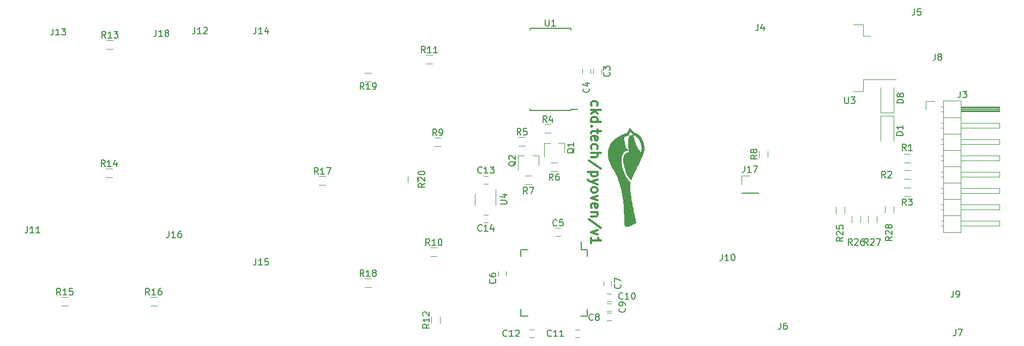
<source format=gto>
%TF.GenerationSoftware,KiCad,Pcbnew,(2018-01-05 revision b98cc0b)-master*%
%TF.CreationDate,2018-01-06T14:23:44-08:00*%
%TF.ProjectId,pyoven,70796F76656E2E6B696361645F706362,rev?*%
%TF.SameCoordinates,Original*%
%TF.FileFunction,Legend,Top*%
%TF.FilePolarity,Positive*%
%FSLAX46Y46*%
G04 Gerber Fmt 4.6, Leading zero omitted, Abs format (unit mm)*
G04 Created by KiCad (PCBNEW (2018-01-05 revision b98cc0b)-master) date Saturday, January 06, 2018 'PMt' 02:23:44 PM*
%MOMM*%
%LPD*%
G01*
G04 APERTURE LIST*
%ADD10C,0.300000*%
%ADD11C,0.120000*%
%ADD12C,0.150000*%
%ADD13C,0.010000*%
G04 APERTURE END LIST*
D10*
X192792857Y-62442857D02*
X192721428Y-62300000D01*
X192721428Y-62014285D01*
X192792857Y-61871428D01*
X192864285Y-61800000D01*
X193007142Y-61728571D01*
X193435714Y-61728571D01*
X193578571Y-61800000D01*
X193650000Y-61871428D01*
X193721428Y-62014285D01*
X193721428Y-62300000D01*
X193650000Y-62442857D01*
X192721428Y-63085714D02*
X194221428Y-63085714D01*
X193292857Y-63228571D02*
X192721428Y-63657142D01*
X193721428Y-63657142D02*
X193150000Y-63085714D01*
X192721428Y-64942857D02*
X194221428Y-64942857D01*
X192792857Y-64942857D02*
X192721428Y-64800000D01*
X192721428Y-64514285D01*
X192792857Y-64371428D01*
X192864285Y-64300000D01*
X193007142Y-64228571D01*
X193435714Y-64228571D01*
X193578571Y-64300000D01*
X193650000Y-64371428D01*
X193721428Y-64514285D01*
X193721428Y-64800000D01*
X193650000Y-64942857D01*
X192864285Y-65657142D02*
X192792857Y-65728571D01*
X192721428Y-65657142D01*
X192792857Y-65585714D01*
X192864285Y-65657142D01*
X192721428Y-65657142D01*
X193721428Y-66157142D02*
X193721428Y-66728571D01*
X194221428Y-66371428D02*
X192935714Y-66371428D01*
X192792857Y-66442857D01*
X192721428Y-66585714D01*
X192721428Y-66728571D01*
X192792857Y-67800000D02*
X192721428Y-67657142D01*
X192721428Y-67371428D01*
X192792857Y-67228571D01*
X192935714Y-67157142D01*
X193507142Y-67157142D01*
X193650000Y-67228571D01*
X193721428Y-67371428D01*
X193721428Y-67657142D01*
X193650000Y-67800000D01*
X193507142Y-67871428D01*
X193364285Y-67871428D01*
X193221428Y-67157142D01*
X192792857Y-69157142D02*
X192721428Y-69014285D01*
X192721428Y-68728571D01*
X192792857Y-68585714D01*
X192864285Y-68514285D01*
X193007142Y-68442857D01*
X193435714Y-68442857D01*
X193578571Y-68514285D01*
X193650000Y-68585714D01*
X193721428Y-68728571D01*
X193721428Y-69014285D01*
X193650000Y-69157142D01*
X192721428Y-69800000D02*
X194221428Y-69800000D01*
X192721428Y-70442857D02*
X193507142Y-70442857D01*
X193650000Y-70371428D01*
X193721428Y-70228571D01*
X193721428Y-70014285D01*
X193650000Y-69871428D01*
X193578571Y-69800000D01*
X194292857Y-72228571D02*
X192364285Y-70942857D01*
X193721428Y-72728571D02*
X192221428Y-72728571D01*
X193650000Y-72728571D02*
X193721428Y-72871428D01*
X193721428Y-73157142D01*
X193650000Y-73300000D01*
X193578571Y-73371428D01*
X193435714Y-73442857D01*
X193007142Y-73442857D01*
X192864285Y-73371428D01*
X192792857Y-73300000D01*
X192721428Y-73157142D01*
X192721428Y-72871428D01*
X192792857Y-72728571D01*
X193721428Y-73942857D02*
X192721428Y-74300000D01*
X193721428Y-74657142D02*
X192721428Y-74300000D01*
X192364285Y-74157142D01*
X192292857Y-74085714D01*
X192221428Y-73942857D01*
X192721428Y-75442857D02*
X192792857Y-75300000D01*
X192864285Y-75228571D01*
X193007142Y-75157142D01*
X193435714Y-75157142D01*
X193578571Y-75228571D01*
X193650000Y-75300000D01*
X193721428Y-75442857D01*
X193721428Y-75657142D01*
X193650000Y-75800000D01*
X193578571Y-75871428D01*
X193435714Y-75942857D01*
X193007142Y-75942857D01*
X192864285Y-75871428D01*
X192792857Y-75800000D01*
X192721428Y-75657142D01*
X192721428Y-75442857D01*
X193721428Y-76442857D02*
X192721428Y-76800000D01*
X193721428Y-77157142D01*
X192792857Y-78300000D02*
X192721428Y-78157142D01*
X192721428Y-77871428D01*
X192792857Y-77728571D01*
X192935714Y-77657142D01*
X193507142Y-77657142D01*
X193650000Y-77728571D01*
X193721428Y-77871428D01*
X193721428Y-78157142D01*
X193650000Y-78300000D01*
X193507142Y-78371428D01*
X193364285Y-78371428D01*
X193221428Y-77657142D01*
X193721428Y-79014285D02*
X192721428Y-79014285D01*
X193578571Y-79014285D02*
X193650000Y-79085714D01*
X193721428Y-79228571D01*
X193721428Y-79442857D01*
X193650000Y-79585714D01*
X193507142Y-79657142D01*
X192721428Y-79657142D01*
X194292857Y-81442857D02*
X192364285Y-80157142D01*
X193721428Y-81800000D02*
X192721428Y-82157142D01*
X193721428Y-82514285D01*
X192721428Y-83871428D02*
X192721428Y-83014285D01*
X192721428Y-83442857D02*
X194221428Y-83442857D01*
X194007142Y-83300000D01*
X193864285Y-83157142D01*
X193792857Y-83014285D01*
D11*
%TO.C,D1*%
X239700000Y-64050000D02*
X237700000Y-64050000D01*
X237700000Y-64050000D02*
X237700000Y-67950000D01*
X239700000Y-64050000D02*
X239700000Y-67950000D01*
%TO.C,D8*%
X237700000Y-63550000D02*
X237700000Y-59650000D01*
X239700000Y-63550000D02*
X239700000Y-59650000D01*
X237700000Y-63550000D02*
X239700000Y-63550000D01*
%TO.C,J17*%
X216070000Y-73370000D02*
X217400000Y-73370000D01*
X216070000Y-74700000D02*
X216070000Y-73370000D01*
X216070000Y-75970000D02*
X218730000Y-75970000D01*
X218730000Y-75970000D02*
X218730000Y-76030000D01*
X216070000Y-75970000D02*
X216070000Y-76030000D01*
X216070000Y-76030000D02*
X218730000Y-76030000D01*
%TO.C,R25*%
X232080000Y-78200000D02*
X232080000Y-79200000D01*
X230720000Y-79200000D02*
X230720000Y-78200000D01*
%TO.C,R26*%
X233220000Y-80600000D02*
X233220000Y-79600000D01*
X234580000Y-79600000D02*
X234580000Y-80600000D01*
%TO.C,R27*%
X237080000Y-79600000D02*
X237080000Y-80600000D01*
X235720000Y-80600000D02*
X235720000Y-79600000D01*
%TO.C,R28*%
X238320000Y-79100000D02*
X238320000Y-78100000D01*
X239680000Y-78100000D02*
X239680000Y-79100000D01*
%TO.C,R13*%
X118500000Y-53580000D02*
X117500000Y-53580000D01*
X117500000Y-52220000D02*
X118500000Y-52220000D01*
%TO.C,R14*%
X117400000Y-72220000D02*
X118400000Y-72220000D01*
X118400000Y-73580000D02*
X117400000Y-73580000D01*
%TO.C,R15*%
X111500000Y-93580000D02*
X110500000Y-93580000D01*
X110500000Y-92220000D02*
X111500000Y-92220000D01*
%TO.C,R16*%
X124300000Y-92220000D02*
X125300000Y-92220000D01*
X125300000Y-93580000D02*
X124300000Y-93580000D01*
%TO.C,R17*%
X151500000Y-74780000D02*
X150500000Y-74780000D01*
X150500000Y-73420000D02*
X151500000Y-73420000D01*
%TO.C,R18*%
X157600000Y-89320000D02*
X158600000Y-89320000D01*
X158600000Y-90680000D02*
X157600000Y-90680000D01*
%TO.C,R19*%
X157600000Y-57320000D02*
X158600000Y-57320000D01*
X158600000Y-58680000D02*
X157600000Y-58680000D01*
%TO.C,R20*%
X165680000Y-73400000D02*
X165680000Y-74400000D01*
X164320000Y-74400000D02*
X164320000Y-73400000D01*
%TO.C,J3*%
X244730000Y-61730000D02*
X246000000Y-61730000D01*
X244730000Y-63000000D02*
X244730000Y-61730000D01*
X247042929Y-81160000D02*
X247440000Y-81160000D01*
X247042929Y-80400000D02*
X247440000Y-80400000D01*
X256100000Y-81160000D02*
X250100000Y-81160000D01*
X256100000Y-80400000D02*
X256100000Y-81160000D01*
X250100000Y-80400000D02*
X256100000Y-80400000D01*
X247440000Y-79510000D02*
X250100000Y-79510000D01*
X247042929Y-78620000D02*
X247440000Y-78620000D01*
X247042929Y-77860000D02*
X247440000Y-77860000D01*
X256100000Y-78620000D02*
X250100000Y-78620000D01*
X256100000Y-77860000D02*
X256100000Y-78620000D01*
X250100000Y-77860000D02*
X256100000Y-77860000D01*
X247440000Y-76970000D02*
X250100000Y-76970000D01*
X247042929Y-76080000D02*
X247440000Y-76080000D01*
X247042929Y-75320000D02*
X247440000Y-75320000D01*
X256100000Y-76080000D02*
X250100000Y-76080000D01*
X256100000Y-75320000D02*
X256100000Y-76080000D01*
X250100000Y-75320000D02*
X256100000Y-75320000D01*
X247440000Y-74430000D02*
X250100000Y-74430000D01*
X247042929Y-73540000D02*
X247440000Y-73540000D01*
X247042929Y-72780000D02*
X247440000Y-72780000D01*
X256100000Y-73540000D02*
X250100000Y-73540000D01*
X256100000Y-72780000D02*
X256100000Y-73540000D01*
X250100000Y-72780000D02*
X256100000Y-72780000D01*
X247440000Y-71890000D02*
X250100000Y-71890000D01*
X247042929Y-71000000D02*
X247440000Y-71000000D01*
X247042929Y-70240000D02*
X247440000Y-70240000D01*
X256100000Y-71000000D02*
X250100000Y-71000000D01*
X256100000Y-70240000D02*
X256100000Y-71000000D01*
X250100000Y-70240000D02*
X256100000Y-70240000D01*
X247440000Y-69350000D02*
X250100000Y-69350000D01*
X247042929Y-68460000D02*
X247440000Y-68460000D01*
X247042929Y-67700000D02*
X247440000Y-67700000D01*
X256100000Y-68460000D02*
X250100000Y-68460000D01*
X256100000Y-67700000D02*
X256100000Y-68460000D01*
X250100000Y-67700000D02*
X256100000Y-67700000D01*
X247440000Y-66810000D02*
X250100000Y-66810000D01*
X247042929Y-65920000D02*
X247440000Y-65920000D01*
X247042929Y-65160000D02*
X247440000Y-65160000D01*
X256100000Y-65920000D02*
X250100000Y-65920000D01*
X256100000Y-65160000D02*
X256100000Y-65920000D01*
X250100000Y-65160000D02*
X256100000Y-65160000D01*
X247440000Y-64270000D02*
X250100000Y-64270000D01*
X247110000Y-63380000D02*
X247440000Y-63380000D01*
X247110000Y-62620000D02*
X247440000Y-62620000D01*
X250100000Y-63280000D02*
X256100000Y-63280000D01*
X250100000Y-63160000D02*
X256100000Y-63160000D01*
X250100000Y-63040000D02*
X256100000Y-63040000D01*
X250100000Y-62920000D02*
X256100000Y-62920000D01*
X250100000Y-62800000D02*
X256100000Y-62800000D01*
X250100000Y-62680000D02*
X256100000Y-62680000D01*
X256100000Y-63380000D02*
X250100000Y-63380000D01*
X256100000Y-62620000D02*
X256100000Y-63380000D01*
X250100000Y-62620000D02*
X256100000Y-62620000D01*
X250100000Y-61670000D02*
X247440000Y-61670000D01*
X250100000Y-82110000D02*
X250100000Y-61670000D01*
X247440000Y-82110000D02*
X250100000Y-82110000D01*
X247440000Y-61670000D02*
X247440000Y-82110000D01*
%TO.C,C14*%
X176050000Y-79400000D02*
X176750000Y-79400000D01*
X176750000Y-80600000D02*
X176050000Y-80600000D01*
%TO.C,C13*%
X176050000Y-73400000D02*
X176750000Y-73400000D01*
X176750000Y-74600000D02*
X176050000Y-74600000D01*
%TO.C,R9*%
X169400000Y-68780000D02*
X168400000Y-68780000D01*
X168400000Y-67420000D02*
X169400000Y-67420000D01*
%TO.C,R10*%
X167800000Y-84520000D02*
X168800000Y-84520000D01*
X168800000Y-85880000D02*
X167800000Y-85880000D01*
%TO.C,R11*%
X168100000Y-55880000D02*
X167100000Y-55880000D01*
X167100000Y-54520000D02*
X168100000Y-54520000D01*
%TO.C,R12*%
X167920000Y-96300000D02*
X167920000Y-95300000D01*
X169280000Y-95300000D02*
X169280000Y-96300000D01*
%TO.C,U4*%
X177910000Y-77900000D02*
X177910000Y-75450000D01*
X174690000Y-76100000D02*
X174690000Y-77900000D01*
%TO.C,R1*%
X241300000Y-69920000D02*
X242300000Y-69920000D01*
X242300000Y-71280000D02*
X241300000Y-71280000D01*
%TO.C,R2*%
X242300000Y-73880000D02*
X241300000Y-73880000D01*
X241300000Y-72520000D02*
X242300000Y-72520000D01*
%TO.C,R3*%
X241300000Y-75220000D02*
X242300000Y-75220000D01*
X242300000Y-76580000D02*
X241300000Y-76580000D01*
%TO.C,R4*%
X185500000Y-65320000D02*
X186500000Y-65320000D01*
X186500000Y-66680000D02*
X185500000Y-66680000D01*
%TO.C,R5*%
X182500000Y-68680000D02*
X181500000Y-68680000D01*
X181500000Y-67320000D02*
X182500000Y-67320000D01*
%TO.C,R6*%
X186500000Y-71320000D02*
X187500000Y-71320000D01*
X187500000Y-72680000D02*
X186500000Y-72680000D01*
%TO.C,R7*%
X183500000Y-74680000D02*
X182500000Y-74680000D01*
X182500000Y-73320000D02*
X183500000Y-73320000D01*
%TO.C,R8*%
X218820000Y-70500000D02*
X218820000Y-69500000D01*
X220180000Y-69500000D02*
X220180000Y-70500000D01*
%TO.C,C12*%
X183850000Y-98500000D02*
X183150000Y-98500000D01*
X183150000Y-97300000D02*
X183850000Y-97300000D01*
%TO.C,C10*%
X195150000Y-91700000D02*
X195850000Y-91700000D01*
X195850000Y-92900000D02*
X195150000Y-92900000D01*
%TO.C,C3*%
X194300000Y-56750000D02*
X194300000Y-57450000D01*
X193100000Y-57450000D02*
X193100000Y-56750000D01*
%TO.C,C4*%
X191400000Y-57450000D02*
X191400000Y-56750000D01*
X192600000Y-56750000D02*
X192600000Y-57450000D01*
%TO.C,C5*%
X187250000Y-81500000D02*
X187950000Y-81500000D01*
X187950000Y-82700000D02*
X187250000Y-82700000D01*
%TO.C,C6*%
X179500000Y-88250000D02*
X179500000Y-88950000D01*
X178300000Y-88950000D02*
X178300000Y-88250000D01*
%TO.C,C9*%
X195850000Y-94400000D02*
X195150000Y-94400000D01*
X195150000Y-93200000D02*
X195850000Y-93200000D01*
%TO.C,C8*%
X195150000Y-94700000D02*
X195850000Y-94700000D01*
X195850000Y-95900000D02*
X195150000Y-95900000D01*
%TO.C,C11*%
X190950000Y-98500000D02*
X190250000Y-98500000D01*
X190250000Y-97300000D02*
X190950000Y-97300000D01*
%TO.C,C7*%
X194700000Y-90450000D02*
X194700000Y-89750000D01*
X195900000Y-89750000D02*
X195900000Y-90450000D01*
%TO.C,Q1*%
X188580000Y-68240000D02*
X187650000Y-68240000D01*
X185420000Y-68240000D02*
X186350000Y-68240000D01*
X185420000Y-68240000D02*
X185420000Y-70400000D01*
X188580000Y-68240000D02*
X188580000Y-69700000D01*
%TO.C,Q2*%
X184580000Y-70240000D02*
X184580000Y-71700000D01*
X181420000Y-70240000D02*
X181420000Y-72400000D01*
X181420000Y-70240000D02*
X182350000Y-70240000D01*
X184580000Y-70240000D02*
X183650000Y-70240000D01*
D12*
%TO.C,U2*%
X191225000Y-84825000D02*
X191225000Y-83550000D01*
X192175000Y-95175000D02*
X192175000Y-94125000D01*
X181825000Y-95175000D02*
X181825000Y-94125000D01*
X181825000Y-84825000D02*
X181825000Y-85875000D01*
X192175000Y-84825000D02*
X192175000Y-85875000D01*
X181825000Y-84825000D02*
X182875000Y-84825000D01*
X181825000Y-95175000D02*
X182875000Y-95175000D01*
X192175000Y-95175000D02*
X191125000Y-95175000D01*
X192175000Y-84825000D02*
X191225000Y-84825000D01*
D11*
%TO.C,U3*%
X234950000Y-51610000D02*
X236050000Y-51610000D01*
X234950000Y-49800000D02*
X234950000Y-51610000D01*
X233450000Y-49800000D02*
X234950000Y-49800000D01*
X234950000Y-58390000D02*
X240075000Y-58390000D01*
X234950000Y-60200000D02*
X234950000Y-58390000D01*
X233450000Y-60200000D02*
X234950000Y-60200000D01*
D12*
%TO.C,U1*%
X189575000Y-63000000D02*
X190650000Y-63000000D01*
X189575000Y-50425000D02*
X183225000Y-50425000D01*
X189575000Y-63175000D02*
X183225000Y-63175000D01*
X189575000Y-50425000D02*
X189575000Y-50682500D01*
X183225000Y-50425000D02*
X183225000Y-50682500D01*
X183225000Y-63175000D02*
X183225000Y-62917500D01*
X189575000Y-63175000D02*
X189575000Y-63000000D01*
D13*
%TO.C,G\002A\002A\002A*%
G36*
X200940515Y-69089420D02*
X200938578Y-69156130D01*
X200935544Y-69203306D01*
X200916089Y-69363577D01*
X200885493Y-69527515D01*
X200844638Y-69691401D01*
X200794408Y-69851515D01*
X200759014Y-69947082D01*
X200725036Y-70032693D01*
X200690922Y-70117191D01*
X200656322Y-70201334D01*
X200620883Y-70285878D01*
X200584252Y-70371577D01*
X200546078Y-70459190D01*
X200506009Y-70549471D01*
X200463692Y-70643177D01*
X200418776Y-70741065D01*
X200370908Y-70843889D01*
X200319735Y-70952407D01*
X200264907Y-71067374D01*
X200206071Y-71189547D01*
X200142875Y-71319682D01*
X200074966Y-71458535D01*
X200001993Y-71606862D01*
X199923603Y-71765419D01*
X199839445Y-71934962D01*
X199749166Y-72116248D01*
X199745147Y-72124306D01*
X199665749Y-72283892D01*
X199592484Y-72432002D01*
X199524894Y-72569632D01*
X199462519Y-72697782D01*
X199404898Y-72817450D01*
X199351574Y-72929634D01*
X199302085Y-73035332D01*
X199255972Y-73135544D01*
X199212775Y-73231267D01*
X199172035Y-73323500D01*
X199133292Y-73413241D01*
X199096087Y-73501489D01*
X199059958Y-73589242D01*
X199024448Y-73677498D01*
X198991461Y-73761195D01*
X198972939Y-73808486D01*
X198955884Y-73851762D01*
X198941026Y-73889188D01*
X198929099Y-73918927D01*
X198920834Y-73939145D01*
X198916997Y-73947944D01*
X198912270Y-73949976D01*
X198902710Y-73945263D01*
X198887034Y-73932822D01*
X198863954Y-73911673D01*
X198843051Y-73891499D01*
X198734799Y-73777109D01*
X198630485Y-73649510D01*
X198530307Y-73509101D01*
X198434462Y-73356280D01*
X198343149Y-73191446D01*
X198256565Y-73014996D01*
X198174908Y-72827330D01*
X198098376Y-72628844D01*
X198027166Y-72419937D01*
X197961476Y-72201008D01*
X197912920Y-72018472D01*
X197861727Y-71803306D01*
X197819204Y-71599139D01*
X197785350Y-71405835D01*
X197760168Y-71223258D01*
X197743659Y-71051272D01*
X197735824Y-70889740D01*
X197736663Y-70738527D01*
X197746179Y-70597496D01*
X197764372Y-70466511D01*
X197791243Y-70345437D01*
X197826795Y-70234137D01*
X197871027Y-70132474D01*
X197923941Y-70040313D01*
X197930416Y-70030566D01*
X197958576Y-69993134D01*
X197994370Y-69951953D01*
X198034022Y-69910924D01*
X198073758Y-69873950D01*
X198109803Y-69844933D01*
X198110408Y-69844498D01*
X198180619Y-69801285D01*
X198260149Y-69764728D01*
X198345262Y-69736135D01*
X198432217Y-69716813D01*
X198497355Y-69709125D01*
X198567849Y-69704250D01*
X198579697Y-69573722D01*
X198583506Y-69531200D01*
X198586869Y-69492608D01*
X198589570Y-69460518D01*
X198591390Y-69437501D01*
X198592106Y-69426456D01*
X198593745Y-69414997D01*
X198599653Y-69415723D01*
X198604440Y-69419400D01*
X198611908Y-69424411D01*
X198613875Y-69420493D01*
X198611395Y-69405304D01*
X198611210Y-69404389D01*
X198599964Y-69346803D01*
X198587390Y-69278886D01*
X198574115Y-69204281D01*
X198560764Y-69126632D01*
X198547962Y-69049582D01*
X198536336Y-68976776D01*
X198526510Y-68911857D01*
X198525800Y-68906972D01*
X198504007Y-68745824D01*
X198487161Y-68596042D01*
X198475313Y-68455760D01*
X198468511Y-68323110D01*
X198466808Y-68196224D01*
X198470252Y-68073234D01*
X198478895Y-67952274D01*
X198492787Y-67831476D01*
X198511977Y-67708971D01*
X198536518Y-67582894D01*
X198564847Y-67458043D01*
X198574897Y-67417562D01*
X198586683Y-67372142D01*
X198599637Y-67323765D01*
X198613192Y-67274417D01*
X198626783Y-67226079D01*
X198639841Y-67180735D01*
X198651802Y-67140370D01*
X198662096Y-67106966D01*
X198670158Y-67082507D01*
X198675422Y-67068976D01*
X198676552Y-67067131D01*
X198684047Y-67065582D01*
X198703689Y-67062721D01*
X198733597Y-67058769D01*
X198771889Y-67053942D01*
X198816684Y-67048460D01*
X198866100Y-67042542D01*
X198918257Y-67036406D01*
X198971273Y-67030270D01*
X199023267Y-67024354D01*
X199072358Y-67018875D01*
X199116664Y-67014053D01*
X199154304Y-67010106D01*
X199183397Y-67007252D01*
X199202062Y-67005711D01*
X199206973Y-67005500D01*
X199210216Y-67011961D01*
X199215371Y-67029476D01*
X199221684Y-67055241D01*
X199227360Y-67081347D01*
X199275811Y-67305685D01*
X199326860Y-67521754D01*
X199380260Y-67728700D01*
X199435761Y-67925671D01*
X199493113Y-68111813D01*
X199552068Y-68286272D01*
X199612375Y-68448194D01*
X199662117Y-68569745D01*
X199751133Y-68762707D01*
X199848985Y-68945651D01*
X199956772Y-69120359D01*
X200075596Y-69288616D01*
X200206397Y-69452016D01*
X200234538Y-69484593D01*
X200265581Y-69519553D01*
X200298053Y-69555339D01*
X200330479Y-69590393D01*
X200361386Y-69623160D01*
X200389301Y-69652081D01*
X200412750Y-69675599D01*
X200430259Y-69692159D01*
X200440355Y-69700201D01*
X200441769Y-69700722D01*
X200446766Y-69694219D01*
X200454393Y-69676144D01*
X200463998Y-69648649D01*
X200474930Y-69613887D01*
X200486536Y-69574010D01*
X200498165Y-69531171D01*
X200509165Y-69487522D01*
X200518198Y-69448368D01*
X200544155Y-69309920D01*
X200560019Y-69176108D01*
X200565865Y-69043677D01*
X200561770Y-68909369D01*
X200547808Y-68769926D01*
X200535807Y-68688985D01*
X200498287Y-68496359D01*
X200450386Y-68312821D01*
X200392165Y-68138496D01*
X200323683Y-67973511D01*
X200245002Y-67817991D01*
X200156181Y-67672063D01*
X200057282Y-67535851D01*
X199948363Y-67409484D01*
X199898538Y-67358278D01*
X199787810Y-67256987D01*
X199673440Y-67168900D01*
X199555703Y-67094202D01*
X199434879Y-67033078D01*
X199367943Y-67005589D01*
X199307136Y-66982614D01*
X199030008Y-66690525D01*
X198979063Y-66636977D01*
X198931001Y-66586744D01*
X198886695Y-66540720D01*
X198847020Y-66499799D01*
X198812849Y-66464875D01*
X198785056Y-66436842D01*
X198764515Y-66416595D01*
X198752099Y-66405027D01*
X198748620Y-66402603D01*
X198744973Y-66409684D01*
X198736145Y-66428395D01*
X198722709Y-66457480D01*
X198705237Y-66495684D01*
X198684302Y-66541751D01*
X198660474Y-66594424D01*
X198634326Y-66652450D01*
X198606431Y-66714571D01*
X198603250Y-66721668D01*
X198462138Y-67036565D01*
X198321027Y-67076793D01*
X198224877Y-67104852D01*
X198136120Y-67132248D01*
X198048613Y-67160952D01*
X197956211Y-67192938D01*
X197927156Y-67203276D01*
X197891007Y-67216608D01*
X197866046Y-67227002D01*
X197849973Y-67235674D01*
X197840490Y-67243839D01*
X197835758Y-67251601D01*
X197833252Y-67264667D01*
X197831201Y-67289875D01*
X197829604Y-67325264D01*
X197828457Y-67368871D01*
X197827759Y-67418735D01*
X197827507Y-67472895D01*
X197827699Y-67529388D01*
X197828333Y-67586253D01*
X197829405Y-67641529D01*
X197830915Y-67693254D01*
X197832859Y-67739465D01*
X197835235Y-67778202D01*
X197836400Y-67792195D01*
X197844722Y-67877230D01*
X197854160Y-67964874D01*
X197864465Y-68053355D01*
X197875392Y-68140897D01*
X197886692Y-68225728D01*
X197898119Y-68306073D01*
X197909425Y-68380158D01*
X197920363Y-68446210D01*
X197930686Y-68502455D01*
X197940146Y-68547119D01*
X197943608Y-68561250D01*
X197979623Y-68674102D01*
X198028889Y-68786517D01*
X198090567Y-68897237D01*
X198163823Y-69005006D01*
X198247818Y-69108566D01*
X198341716Y-69206661D01*
X198421161Y-69278461D01*
X198447269Y-69300763D01*
X198463742Y-69315623D01*
X198471783Y-69324634D01*
X198472593Y-69329391D01*
X198467375Y-69331488D01*
X198461646Y-69332152D01*
X198337942Y-69349856D01*
X198217609Y-69380249D01*
X198101950Y-69422733D01*
X197992263Y-69476710D01*
X197889850Y-69541584D01*
X197796012Y-69616756D01*
X197752988Y-69657740D01*
X197669250Y-69752039D01*
X197595521Y-69855759D01*
X197531793Y-69968953D01*
X197478056Y-70091672D01*
X197434305Y-70223968D01*
X197400529Y-70365894D01*
X197376722Y-70517500D01*
X197362875Y-70678838D01*
X197358980Y-70849961D01*
X197365028Y-71030920D01*
X197381013Y-71221767D01*
X197406925Y-71422553D01*
X197442757Y-71633332D01*
X197443541Y-71637472D01*
X197498570Y-71904080D01*
X197560643Y-72161220D01*
X197629603Y-72408443D01*
X197705291Y-72645300D01*
X197787549Y-72871344D01*
X197876218Y-73086125D01*
X197971141Y-73289194D01*
X198072159Y-73480104D01*
X198126257Y-73573111D01*
X198216755Y-73716864D01*
X198308085Y-73847858D01*
X198401401Y-73967444D01*
X198497858Y-74076971D01*
X198598611Y-74177789D01*
X198704813Y-74271247D01*
X198764129Y-74318583D01*
X198782413Y-74332695D01*
X198769089Y-74399770D01*
X198734127Y-74609778D01*
X198713008Y-74818660D01*
X198705658Y-75027629D01*
X198712006Y-75237897D01*
X198715562Y-75288722D01*
X198730966Y-75467369D01*
X198750454Y-75659091D01*
X198773952Y-75863480D01*
X198801392Y-76080124D01*
X198832702Y-76308614D01*
X198867811Y-76548539D01*
X198906648Y-76799490D01*
X198949143Y-77061056D01*
X198995224Y-77332827D01*
X199044821Y-77614394D01*
X199097863Y-77905346D01*
X199154279Y-78205272D01*
X199213999Y-78513764D01*
X199276950Y-78830410D01*
X199343064Y-79154802D01*
X199412268Y-79486527D01*
X199484492Y-79825178D01*
X199556107Y-80154165D01*
X199571562Y-80225080D01*
X199586035Y-80292656D01*
X199599243Y-80355487D01*
X199610900Y-80412163D01*
X199620724Y-80461278D01*
X199628429Y-80501422D01*
X199633732Y-80531189D01*
X199636349Y-80549171D01*
X199636579Y-80552803D01*
X199629349Y-80601705D01*
X199609022Y-80646039D01*
X199576119Y-80684929D01*
X199542571Y-80710596D01*
X199490797Y-80742439D01*
X199428275Y-80778815D01*
X199357158Y-80818546D01*
X199279602Y-80860458D01*
X199197762Y-80903373D01*
X199113794Y-80946115D01*
X199083027Y-80961447D01*
X198959418Y-81021065D01*
X198845983Y-81072304D01*
X198741774Y-81115471D01*
X198645845Y-81150874D01*
X198557248Y-81178819D01*
X198475037Y-81199614D01*
X198398263Y-81213565D01*
X198325981Y-81220979D01*
X198277965Y-81222445D01*
X198208683Y-81219709D01*
X198150352Y-81211205D01*
X198100851Y-81196489D01*
X198060847Y-81176813D01*
X198023183Y-81150744D01*
X197994985Y-81122301D01*
X197971793Y-81086844D01*
X197968678Y-81081032D01*
X197958664Y-81060339D01*
X197949488Y-81037604D01*
X197941091Y-81012097D01*
X197933410Y-80983084D01*
X197926387Y-80949836D01*
X197919961Y-80911621D01*
X197914072Y-80867707D01*
X197908658Y-80817363D01*
X197903660Y-80759857D01*
X197899018Y-80694460D01*
X197894671Y-80620438D01*
X197890559Y-80537060D01*
X197886621Y-80443596D01*
X197882797Y-80339314D01*
X197879027Y-80223483D01*
X197875251Y-80095370D01*
X197871407Y-79954246D01*
X197869436Y-79878361D01*
X197862976Y-79639109D01*
X197856169Y-79412894D01*
X197848950Y-79198644D01*
X197841255Y-78995289D01*
X197833020Y-78801756D01*
X197824180Y-78616974D01*
X197814671Y-78439873D01*
X197804428Y-78269380D01*
X197793388Y-78104424D01*
X197781484Y-77943934D01*
X197768654Y-77786839D01*
X197754833Y-77632066D01*
X197739956Y-77478545D01*
X197723959Y-77325205D01*
X197706778Y-77170973D01*
X197706554Y-77169028D01*
X197672665Y-76893530D01*
X197635171Y-76627031D01*
X197593567Y-76367098D01*
X197547350Y-76111297D01*
X197496013Y-75857197D01*
X197439052Y-75602362D01*
X197375963Y-75344362D01*
X197306240Y-75080761D01*
X197229379Y-74809128D01*
X197187713Y-74668201D01*
X197171168Y-74613974D01*
X197151211Y-74550202D01*
X197128401Y-74478563D01*
X197103299Y-74400733D01*
X197076464Y-74318390D01*
X197048456Y-74233212D01*
X197019835Y-74146876D01*
X196991161Y-74061060D01*
X196962993Y-73977440D01*
X196935892Y-73897694D01*
X196910417Y-73823501D01*
X196887128Y-73756536D01*
X196866585Y-73698478D01*
X196849347Y-73651003D01*
X196839426Y-73624649D01*
X196802571Y-73531799D01*
X196763090Y-73438103D01*
X196720371Y-73342343D01*
X196673802Y-73243299D01*
X196622772Y-73139754D01*
X196566670Y-73030488D01*
X196504884Y-72914284D01*
X196436804Y-72789923D01*
X196361818Y-72656185D01*
X196293819Y-72537056D01*
X196257435Y-72473753D01*
X196216627Y-72402745D01*
X196173638Y-72327938D01*
X196130713Y-72253235D01*
X196090094Y-72182542D01*
X196054026Y-72119764D01*
X196050556Y-72113722D01*
X195965543Y-71964301D01*
X195888279Y-71825222D01*
X195818335Y-71695332D01*
X195755277Y-71573476D01*
X195698676Y-71458498D01*
X195648099Y-71349246D01*
X195603115Y-71244564D01*
X195563294Y-71143298D01*
X195528203Y-71044292D01*
X195497412Y-70946394D01*
X195470489Y-70848447D01*
X195447003Y-70749297D01*
X195426523Y-70647791D01*
X195408617Y-70542773D01*
X195392854Y-70433089D01*
X195378803Y-70317584D01*
X195378463Y-70314556D01*
X195375190Y-70277385D01*
X195372255Y-70228812D01*
X195369695Y-70171241D01*
X195367545Y-70107073D01*
X195365843Y-70038713D01*
X195364624Y-69968563D01*
X195363926Y-69899026D01*
X195363784Y-69832505D01*
X195364235Y-69771403D01*
X195365315Y-69718123D01*
X195367061Y-69675067D01*
X195368468Y-69654861D01*
X195390407Y-69462873D01*
X195422111Y-69277182D01*
X195463319Y-69098714D01*
X195513775Y-68928398D01*
X195573219Y-68767159D01*
X195641394Y-68615925D01*
X195677154Y-68547139D01*
X195776505Y-68378997D01*
X195888772Y-68216011D01*
X196013994Y-68058142D01*
X196152214Y-67905351D01*
X196303472Y-67757600D01*
X196467809Y-67614847D01*
X196645267Y-67477055D01*
X196835886Y-67344184D01*
X197039709Y-67216195D01*
X197121583Y-67168285D01*
X197304397Y-67068671D01*
X197490009Y-66978313D01*
X197680661Y-66896287D01*
X197878595Y-66821667D01*
X198086054Y-66753528D01*
X198225777Y-66712636D01*
X198356305Y-66676126D01*
X198457470Y-66426299D01*
X198483671Y-66361602D01*
X198511279Y-66293440D01*
X198539108Y-66224742D01*
X198565973Y-66158436D01*
X198590685Y-66097450D01*
X198612059Y-66044712D01*
X198623599Y-66016249D01*
X198688562Y-65856025D01*
X199358194Y-66605397D01*
X199449916Y-66635949D01*
X199554884Y-66675942D01*
X199663392Y-66726717D01*
X199772393Y-66786579D01*
X199878839Y-66853832D01*
X199979681Y-66926781D01*
X199996711Y-66940154D01*
X200032617Y-66970376D01*
X200075211Y-67008909D01*
X200122047Y-67053307D01*
X200170682Y-67101122D01*
X200218673Y-67149906D01*
X200263573Y-67197212D01*
X200302941Y-67240594D01*
X200334331Y-67277604D01*
X200336783Y-67280667D01*
X200448625Y-67432541D01*
X200549595Y-67593350D01*
X200639645Y-67762975D01*
X200718727Y-67941296D01*
X200786794Y-68128194D01*
X200843797Y-68323551D01*
X200889689Y-68527247D01*
X200924422Y-68739164D01*
X200924692Y-68741167D01*
X200930937Y-68799117D01*
X200935738Y-68867016D01*
X200938999Y-68940765D01*
X200940624Y-69016266D01*
X200940515Y-69089420D01*
X200940515Y-69089420D01*
G37*
X200940515Y-69089420D02*
X200938578Y-69156130D01*
X200935544Y-69203306D01*
X200916089Y-69363577D01*
X200885493Y-69527515D01*
X200844638Y-69691401D01*
X200794408Y-69851515D01*
X200759014Y-69947082D01*
X200725036Y-70032693D01*
X200690922Y-70117191D01*
X200656322Y-70201334D01*
X200620883Y-70285878D01*
X200584252Y-70371577D01*
X200546078Y-70459190D01*
X200506009Y-70549471D01*
X200463692Y-70643177D01*
X200418776Y-70741065D01*
X200370908Y-70843889D01*
X200319735Y-70952407D01*
X200264907Y-71067374D01*
X200206071Y-71189547D01*
X200142875Y-71319682D01*
X200074966Y-71458535D01*
X200001993Y-71606862D01*
X199923603Y-71765419D01*
X199839445Y-71934962D01*
X199749166Y-72116248D01*
X199745147Y-72124306D01*
X199665749Y-72283892D01*
X199592484Y-72432002D01*
X199524894Y-72569632D01*
X199462519Y-72697782D01*
X199404898Y-72817450D01*
X199351574Y-72929634D01*
X199302085Y-73035332D01*
X199255972Y-73135544D01*
X199212775Y-73231267D01*
X199172035Y-73323500D01*
X199133292Y-73413241D01*
X199096087Y-73501489D01*
X199059958Y-73589242D01*
X199024448Y-73677498D01*
X198991461Y-73761195D01*
X198972939Y-73808486D01*
X198955884Y-73851762D01*
X198941026Y-73889188D01*
X198929099Y-73918927D01*
X198920834Y-73939145D01*
X198916997Y-73947944D01*
X198912270Y-73949976D01*
X198902710Y-73945263D01*
X198887034Y-73932822D01*
X198863954Y-73911673D01*
X198843051Y-73891499D01*
X198734799Y-73777109D01*
X198630485Y-73649510D01*
X198530307Y-73509101D01*
X198434462Y-73356280D01*
X198343149Y-73191446D01*
X198256565Y-73014996D01*
X198174908Y-72827330D01*
X198098376Y-72628844D01*
X198027166Y-72419937D01*
X197961476Y-72201008D01*
X197912920Y-72018472D01*
X197861727Y-71803306D01*
X197819204Y-71599139D01*
X197785350Y-71405835D01*
X197760168Y-71223258D01*
X197743659Y-71051272D01*
X197735824Y-70889740D01*
X197736663Y-70738527D01*
X197746179Y-70597496D01*
X197764372Y-70466511D01*
X197791243Y-70345437D01*
X197826795Y-70234137D01*
X197871027Y-70132474D01*
X197923941Y-70040313D01*
X197930416Y-70030566D01*
X197958576Y-69993134D01*
X197994370Y-69951953D01*
X198034022Y-69910924D01*
X198073758Y-69873950D01*
X198109803Y-69844933D01*
X198110408Y-69844498D01*
X198180619Y-69801285D01*
X198260149Y-69764728D01*
X198345262Y-69736135D01*
X198432217Y-69716813D01*
X198497355Y-69709125D01*
X198567849Y-69704250D01*
X198579697Y-69573722D01*
X198583506Y-69531200D01*
X198586869Y-69492608D01*
X198589570Y-69460518D01*
X198591390Y-69437501D01*
X198592106Y-69426456D01*
X198593745Y-69414997D01*
X198599653Y-69415723D01*
X198604440Y-69419400D01*
X198611908Y-69424411D01*
X198613875Y-69420493D01*
X198611395Y-69405304D01*
X198611210Y-69404389D01*
X198599964Y-69346803D01*
X198587390Y-69278886D01*
X198574115Y-69204281D01*
X198560764Y-69126632D01*
X198547962Y-69049582D01*
X198536336Y-68976776D01*
X198526510Y-68911857D01*
X198525800Y-68906972D01*
X198504007Y-68745824D01*
X198487161Y-68596042D01*
X198475313Y-68455760D01*
X198468511Y-68323110D01*
X198466808Y-68196224D01*
X198470252Y-68073234D01*
X198478895Y-67952274D01*
X198492787Y-67831476D01*
X198511977Y-67708971D01*
X198536518Y-67582894D01*
X198564847Y-67458043D01*
X198574897Y-67417562D01*
X198586683Y-67372142D01*
X198599637Y-67323765D01*
X198613192Y-67274417D01*
X198626783Y-67226079D01*
X198639841Y-67180735D01*
X198651802Y-67140370D01*
X198662096Y-67106966D01*
X198670158Y-67082507D01*
X198675422Y-67068976D01*
X198676552Y-67067131D01*
X198684047Y-67065582D01*
X198703689Y-67062721D01*
X198733597Y-67058769D01*
X198771889Y-67053942D01*
X198816684Y-67048460D01*
X198866100Y-67042542D01*
X198918257Y-67036406D01*
X198971273Y-67030270D01*
X199023267Y-67024354D01*
X199072358Y-67018875D01*
X199116664Y-67014053D01*
X199154304Y-67010106D01*
X199183397Y-67007252D01*
X199202062Y-67005711D01*
X199206973Y-67005500D01*
X199210216Y-67011961D01*
X199215371Y-67029476D01*
X199221684Y-67055241D01*
X199227360Y-67081347D01*
X199275811Y-67305685D01*
X199326860Y-67521754D01*
X199380260Y-67728700D01*
X199435761Y-67925671D01*
X199493113Y-68111813D01*
X199552068Y-68286272D01*
X199612375Y-68448194D01*
X199662117Y-68569745D01*
X199751133Y-68762707D01*
X199848985Y-68945651D01*
X199956772Y-69120359D01*
X200075596Y-69288616D01*
X200206397Y-69452016D01*
X200234538Y-69484593D01*
X200265581Y-69519553D01*
X200298053Y-69555339D01*
X200330479Y-69590393D01*
X200361386Y-69623160D01*
X200389301Y-69652081D01*
X200412750Y-69675599D01*
X200430259Y-69692159D01*
X200440355Y-69700201D01*
X200441769Y-69700722D01*
X200446766Y-69694219D01*
X200454393Y-69676144D01*
X200463998Y-69648649D01*
X200474930Y-69613887D01*
X200486536Y-69574010D01*
X200498165Y-69531171D01*
X200509165Y-69487522D01*
X200518198Y-69448368D01*
X200544155Y-69309920D01*
X200560019Y-69176108D01*
X200565865Y-69043677D01*
X200561770Y-68909369D01*
X200547808Y-68769926D01*
X200535807Y-68688985D01*
X200498287Y-68496359D01*
X200450386Y-68312821D01*
X200392165Y-68138496D01*
X200323683Y-67973511D01*
X200245002Y-67817991D01*
X200156181Y-67672063D01*
X200057282Y-67535851D01*
X199948363Y-67409484D01*
X199898538Y-67358278D01*
X199787810Y-67256987D01*
X199673440Y-67168900D01*
X199555703Y-67094202D01*
X199434879Y-67033078D01*
X199367943Y-67005589D01*
X199307136Y-66982614D01*
X199030008Y-66690525D01*
X198979063Y-66636977D01*
X198931001Y-66586744D01*
X198886695Y-66540720D01*
X198847020Y-66499799D01*
X198812849Y-66464875D01*
X198785056Y-66436842D01*
X198764515Y-66416595D01*
X198752099Y-66405027D01*
X198748620Y-66402603D01*
X198744973Y-66409684D01*
X198736145Y-66428395D01*
X198722709Y-66457480D01*
X198705237Y-66495684D01*
X198684302Y-66541751D01*
X198660474Y-66594424D01*
X198634326Y-66652450D01*
X198606431Y-66714571D01*
X198603250Y-66721668D01*
X198462138Y-67036565D01*
X198321027Y-67076793D01*
X198224877Y-67104852D01*
X198136120Y-67132248D01*
X198048613Y-67160952D01*
X197956211Y-67192938D01*
X197927156Y-67203276D01*
X197891007Y-67216608D01*
X197866046Y-67227002D01*
X197849973Y-67235674D01*
X197840490Y-67243839D01*
X197835758Y-67251601D01*
X197833252Y-67264667D01*
X197831201Y-67289875D01*
X197829604Y-67325264D01*
X197828457Y-67368871D01*
X197827759Y-67418735D01*
X197827507Y-67472895D01*
X197827699Y-67529388D01*
X197828333Y-67586253D01*
X197829405Y-67641529D01*
X197830915Y-67693254D01*
X197832859Y-67739465D01*
X197835235Y-67778202D01*
X197836400Y-67792195D01*
X197844722Y-67877230D01*
X197854160Y-67964874D01*
X197864465Y-68053355D01*
X197875392Y-68140897D01*
X197886692Y-68225728D01*
X197898119Y-68306073D01*
X197909425Y-68380158D01*
X197920363Y-68446210D01*
X197930686Y-68502455D01*
X197940146Y-68547119D01*
X197943608Y-68561250D01*
X197979623Y-68674102D01*
X198028889Y-68786517D01*
X198090567Y-68897237D01*
X198163823Y-69005006D01*
X198247818Y-69108566D01*
X198341716Y-69206661D01*
X198421161Y-69278461D01*
X198447269Y-69300763D01*
X198463742Y-69315623D01*
X198471783Y-69324634D01*
X198472593Y-69329391D01*
X198467375Y-69331488D01*
X198461646Y-69332152D01*
X198337942Y-69349856D01*
X198217609Y-69380249D01*
X198101950Y-69422733D01*
X197992263Y-69476710D01*
X197889850Y-69541584D01*
X197796012Y-69616756D01*
X197752988Y-69657740D01*
X197669250Y-69752039D01*
X197595521Y-69855759D01*
X197531793Y-69968953D01*
X197478056Y-70091672D01*
X197434305Y-70223968D01*
X197400529Y-70365894D01*
X197376722Y-70517500D01*
X197362875Y-70678838D01*
X197358980Y-70849961D01*
X197365028Y-71030920D01*
X197381013Y-71221767D01*
X197406925Y-71422553D01*
X197442757Y-71633332D01*
X197443541Y-71637472D01*
X197498570Y-71904080D01*
X197560643Y-72161220D01*
X197629603Y-72408443D01*
X197705291Y-72645300D01*
X197787549Y-72871344D01*
X197876218Y-73086125D01*
X197971141Y-73289194D01*
X198072159Y-73480104D01*
X198126257Y-73573111D01*
X198216755Y-73716864D01*
X198308085Y-73847858D01*
X198401401Y-73967444D01*
X198497858Y-74076971D01*
X198598611Y-74177789D01*
X198704813Y-74271247D01*
X198764129Y-74318583D01*
X198782413Y-74332695D01*
X198769089Y-74399770D01*
X198734127Y-74609778D01*
X198713008Y-74818660D01*
X198705658Y-75027629D01*
X198712006Y-75237897D01*
X198715562Y-75288722D01*
X198730966Y-75467369D01*
X198750454Y-75659091D01*
X198773952Y-75863480D01*
X198801392Y-76080124D01*
X198832702Y-76308614D01*
X198867811Y-76548539D01*
X198906648Y-76799490D01*
X198949143Y-77061056D01*
X198995224Y-77332827D01*
X199044821Y-77614394D01*
X199097863Y-77905346D01*
X199154279Y-78205272D01*
X199213999Y-78513764D01*
X199276950Y-78830410D01*
X199343064Y-79154802D01*
X199412268Y-79486527D01*
X199484492Y-79825178D01*
X199556107Y-80154165D01*
X199571562Y-80225080D01*
X199586035Y-80292656D01*
X199599243Y-80355487D01*
X199610900Y-80412163D01*
X199620724Y-80461278D01*
X199628429Y-80501422D01*
X199633732Y-80531189D01*
X199636349Y-80549171D01*
X199636579Y-80552803D01*
X199629349Y-80601705D01*
X199609022Y-80646039D01*
X199576119Y-80684929D01*
X199542571Y-80710596D01*
X199490797Y-80742439D01*
X199428275Y-80778815D01*
X199357158Y-80818546D01*
X199279602Y-80860458D01*
X199197762Y-80903373D01*
X199113794Y-80946115D01*
X199083027Y-80961447D01*
X198959418Y-81021065D01*
X198845983Y-81072304D01*
X198741774Y-81115471D01*
X198645845Y-81150874D01*
X198557248Y-81178819D01*
X198475037Y-81199614D01*
X198398263Y-81213565D01*
X198325981Y-81220979D01*
X198277965Y-81222445D01*
X198208683Y-81219709D01*
X198150352Y-81211205D01*
X198100851Y-81196489D01*
X198060847Y-81176813D01*
X198023183Y-81150744D01*
X197994985Y-81122301D01*
X197971793Y-81086844D01*
X197968678Y-81081032D01*
X197958664Y-81060339D01*
X197949488Y-81037604D01*
X197941091Y-81012097D01*
X197933410Y-80983084D01*
X197926387Y-80949836D01*
X197919961Y-80911621D01*
X197914072Y-80867707D01*
X197908658Y-80817363D01*
X197903660Y-80759857D01*
X197899018Y-80694460D01*
X197894671Y-80620438D01*
X197890559Y-80537060D01*
X197886621Y-80443596D01*
X197882797Y-80339314D01*
X197879027Y-80223483D01*
X197875251Y-80095370D01*
X197871407Y-79954246D01*
X197869436Y-79878361D01*
X197862976Y-79639109D01*
X197856169Y-79412894D01*
X197848950Y-79198644D01*
X197841255Y-78995289D01*
X197833020Y-78801756D01*
X197824180Y-78616974D01*
X197814671Y-78439873D01*
X197804428Y-78269380D01*
X197793388Y-78104424D01*
X197781484Y-77943934D01*
X197768654Y-77786839D01*
X197754833Y-77632066D01*
X197739956Y-77478545D01*
X197723959Y-77325205D01*
X197706778Y-77170973D01*
X197706554Y-77169028D01*
X197672665Y-76893530D01*
X197635171Y-76627031D01*
X197593567Y-76367098D01*
X197547350Y-76111297D01*
X197496013Y-75857197D01*
X197439052Y-75602362D01*
X197375963Y-75344362D01*
X197306240Y-75080761D01*
X197229379Y-74809128D01*
X197187713Y-74668201D01*
X197171168Y-74613974D01*
X197151211Y-74550202D01*
X197128401Y-74478563D01*
X197103299Y-74400733D01*
X197076464Y-74318390D01*
X197048456Y-74233212D01*
X197019835Y-74146876D01*
X196991161Y-74061060D01*
X196962993Y-73977440D01*
X196935892Y-73897694D01*
X196910417Y-73823501D01*
X196887128Y-73756536D01*
X196866585Y-73698478D01*
X196849347Y-73651003D01*
X196839426Y-73624649D01*
X196802571Y-73531799D01*
X196763090Y-73438103D01*
X196720371Y-73342343D01*
X196673802Y-73243299D01*
X196622772Y-73139754D01*
X196566670Y-73030488D01*
X196504884Y-72914284D01*
X196436804Y-72789923D01*
X196361818Y-72656185D01*
X196293819Y-72537056D01*
X196257435Y-72473753D01*
X196216627Y-72402745D01*
X196173638Y-72327938D01*
X196130713Y-72253235D01*
X196090094Y-72182542D01*
X196054026Y-72119764D01*
X196050556Y-72113722D01*
X195965543Y-71964301D01*
X195888279Y-71825222D01*
X195818335Y-71695332D01*
X195755277Y-71573476D01*
X195698676Y-71458498D01*
X195648099Y-71349246D01*
X195603115Y-71244564D01*
X195563294Y-71143298D01*
X195528203Y-71044292D01*
X195497412Y-70946394D01*
X195470489Y-70848447D01*
X195447003Y-70749297D01*
X195426523Y-70647791D01*
X195408617Y-70542773D01*
X195392854Y-70433089D01*
X195378803Y-70317584D01*
X195378463Y-70314556D01*
X195375190Y-70277385D01*
X195372255Y-70228812D01*
X195369695Y-70171241D01*
X195367545Y-70107073D01*
X195365843Y-70038713D01*
X195364624Y-69968563D01*
X195363926Y-69899026D01*
X195363784Y-69832505D01*
X195364235Y-69771403D01*
X195365315Y-69718123D01*
X195367061Y-69675067D01*
X195368468Y-69654861D01*
X195390407Y-69462873D01*
X195422111Y-69277182D01*
X195463319Y-69098714D01*
X195513775Y-68928398D01*
X195573219Y-68767159D01*
X195641394Y-68615925D01*
X195677154Y-68547139D01*
X195776505Y-68378997D01*
X195888772Y-68216011D01*
X196013994Y-68058142D01*
X196152214Y-67905351D01*
X196303472Y-67757600D01*
X196467809Y-67614847D01*
X196645267Y-67477055D01*
X196835886Y-67344184D01*
X197039709Y-67216195D01*
X197121583Y-67168285D01*
X197304397Y-67068671D01*
X197490009Y-66978313D01*
X197680661Y-66896287D01*
X197878595Y-66821667D01*
X198086054Y-66753528D01*
X198225777Y-66712636D01*
X198356305Y-66676126D01*
X198457470Y-66426299D01*
X198483671Y-66361602D01*
X198511279Y-66293440D01*
X198539108Y-66224742D01*
X198565973Y-66158436D01*
X198590685Y-66097450D01*
X198612059Y-66044712D01*
X198623599Y-66016249D01*
X198688562Y-65856025D01*
X199358194Y-66605397D01*
X199449916Y-66635949D01*
X199554884Y-66675942D01*
X199663392Y-66726717D01*
X199772393Y-66786579D01*
X199878839Y-66853832D01*
X199979681Y-66926781D01*
X199996711Y-66940154D01*
X200032617Y-66970376D01*
X200075211Y-67008909D01*
X200122047Y-67053307D01*
X200170682Y-67101122D01*
X200218673Y-67149906D01*
X200263573Y-67197212D01*
X200302941Y-67240594D01*
X200334331Y-67277604D01*
X200336783Y-67280667D01*
X200448625Y-67432541D01*
X200549595Y-67593350D01*
X200639645Y-67762975D01*
X200718727Y-67941296D01*
X200786794Y-68128194D01*
X200843797Y-68323551D01*
X200889689Y-68527247D01*
X200924422Y-68739164D01*
X200924692Y-68741167D01*
X200930937Y-68799117D01*
X200935738Y-68867016D01*
X200938999Y-68940765D01*
X200940624Y-69016266D01*
X200940515Y-69089420D01*
%TO.C,D1*%
D12*
X241152380Y-67038095D02*
X240152380Y-67038095D01*
X240152380Y-66800000D01*
X240200000Y-66657142D01*
X240295238Y-66561904D01*
X240390476Y-66514285D01*
X240580952Y-66466666D01*
X240723809Y-66466666D01*
X240914285Y-66514285D01*
X241009523Y-66561904D01*
X241104761Y-66657142D01*
X241152380Y-66800000D01*
X241152380Y-67038095D01*
X241152380Y-65514285D02*
X241152380Y-66085714D01*
X241152380Y-65800000D02*
X240152380Y-65800000D01*
X240295238Y-65895238D01*
X240390476Y-65990476D01*
X240438095Y-66085714D01*
%TO.C,D8*%
X241252380Y-62038095D02*
X240252380Y-62038095D01*
X240252380Y-61800000D01*
X240300000Y-61657142D01*
X240395238Y-61561904D01*
X240490476Y-61514285D01*
X240680952Y-61466666D01*
X240823809Y-61466666D01*
X241014285Y-61514285D01*
X241109523Y-61561904D01*
X241204761Y-61657142D01*
X241252380Y-61800000D01*
X241252380Y-62038095D01*
X240680952Y-60895238D02*
X240633333Y-60990476D01*
X240585714Y-61038095D01*
X240490476Y-61085714D01*
X240442857Y-61085714D01*
X240347619Y-61038095D01*
X240300000Y-60990476D01*
X240252380Y-60895238D01*
X240252380Y-60704761D01*
X240300000Y-60609523D01*
X240347619Y-60561904D01*
X240442857Y-60514285D01*
X240490476Y-60514285D01*
X240585714Y-60561904D01*
X240633333Y-60609523D01*
X240680952Y-60704761D01*
X240680952Y-60895238D01*
X240728571Y-60990476D01*
X240776190Y-61038095D01*
X240871428Y-61085714D01*
X241061904Y-61085714D01*
X241157142Y-61038095D01*
X241204761Y-60990476D01*
X241252380Y-60895238D01*
X241252380Y-60704761D01*
X241204761Y-60609523D01*
X241157142Y-60561904D01*
X241061904Y-60514285D01*
X240871428Y-60514285D01*
X240776190Y-60561904D01*
X240728571Y-60609523D01*
X240680952Y-60704761D01*
%TO.C,J17*%
X216590476Y-71822380D02*
X216590476Y-72536666D01*
X216542857Y-72679523D01*
X216447619Y-72774761D01*
X216304761Y-72822380D01*
X216209523Y-72822380D01*
X217590476Y-72822380D02*
X217019047Y-72822380D01*
X217304761Y-72822380D02*
X217304761Y-71822380D01*
X217209523Y-71965238D01*
X217114285Y-72060476D01*
X217019047Y-72108095D01*
X217923809Y-71822380D02*
X218590476Y-71822380D01*
X218161904Y-72822380D01*
%TO.C,R25*%
X231852380Y-82942857D02*
X231376190Y-83276190D01*
X231852380Y-83514285D02*
X230852380Y-83514285D01*
X230852380Y-83133333D01*
X230900000Y-83038095D01*
X230947619Y-82990476D01*
X231042857Y-82942857D01*
X231185714Y-82942857D01*
X231280952Y-82990476D01*
X231328571Y-83038095D01*
X231376190Y-83133333D01*
X231376190Y-83514285D01*
X230947619Y-82561904D02*
X230900000Y-82514285D01*
X230852380Y-82419047D01*
X230852380Y-82180952D01*
X230900000Y-82085714D01*
X230947619Y-82038095D01*
X231042857Y-81990476D01*
X231138095Y-81990476D01*
X231280952Y-82038095D01*
X231852380Y-82609523D01*
X231852380Y-81990476D01*
X230852380Y-81085714D02*
X230852380Y-81561904D01*
X231328571Y-81609523D01*
X231280952Y-81561904D01*
X231233333Y-81466666D01*
X231233333Y-81228571D01*
X231280952Y-81133333D01*
X231328571Y-81085714D01*
X231423809Y-81038095D01*
X231661904Y-81038095D01*
X231757142Y-81085714D01*
X231804761Y-81133333D01*
X231852380Y-81228571D01*
X231852380Y-81466666D01*
X231804761Y-81561904D01*
X231757142Y-81609523D01*
%TO.C,R26*%
X233257142Y-84152380D02*
X232923809Y-83676190D01*
X232685714Y-84152380D02*
X232685714Y-83152380D01*
X233066666Y-83152380D01*
X233161904Y-83200000D01*
X233209523Y-83247619D01*
X233257142Y-83342857D01*
X233257142Y-83485714D01*
X233209523Y-83580952D01*
X233161904Y-83628571D01*
X233066666Y-83676190D01*
X232685714Y-83676190D01*
X233638095Y-83247619D02*
X233685714Y-83200000D01*
X233780952Y-83152380D01*
X234019047Y-83152380D01*
X234114285Y-83200000D01*
X234161904Y-83247619D01*
X234209523Y-83342857D01*
X234209523Y-83438095D01*
X234161904Y-83580952D01*
X233590476Y-84152380D01*
X234209523Y-84152380D01*
X235066666Y-83152380D02*
X234876190Y-83152380D01*
X234780952Y-83200000D01*
X234733333Y-83247619D01*
X234638095Y-83390476D01*
X234590476Y-83580952D01*
X234590476Y-83961904D01*
X234638095Y-84057142D01*
X234685714Y-84104761D01*
X234780952Y-84152380D01*
X234971428Y-84152380D01*
X235066666Y-84104761D01*
X235114285Y-84057142D01*
X235161904Y-83961904D01*
X235161904Y-83723809D01*
X235114285Y-83628571D01*
X235066666Y-83580952D01*
X234971428Y-83533333D01*
X234780952Y-83533333D01*
X234685714Y-83580952D01*
X234638095Y-83628571D01*
X234590476Y-83723809D01*
%TO.C,R27*%
X235757142Y-84152380D02*
X235423809Y-83676190D01*
X235185714Y-84152380D02*
X235185714Y-83152380D01*
X235566666Y-83152380D01*
X235661904Y-83200000D01*
X235709523Y-83247619D01*
X235757142Y-83342857D01*
X235757142Y-83485714D01*
X235709523Y-83580952D01*
X235661904Y-83628571D01*
X235566666Y-83676190D01*
X235185714Y-83676190D01*
X236138095Y-83247619D02*
X236185714Y-83200000D01*
X236280952Y-83152380D01*
X236519047Y-83152380D01*
X236614285Y-83200000D01*
X236661904Y-83247619D01*
X236709523Y-83342857D01*
X236709523Y-83438095D01*
X236661904Y-83580952D01*
X236090476Y-84152380D01*
X236709523Y-84152380D01*
X237042857Y-83152380D02*
X237709523Y-83152380D01*
X237280952Y-84152380D01*
%TO.C,R28*%
X239452380Y-82842857D02*
X238976190Y-83176190D01*
X239452380Y-83414285D02*
X238452380Y-83414285D01*
X238452380Y-83033333D01*
X238500000Y-82938095D01*
X238547619Y-82890476D01*
X238642857Y-82842857D01*
X238785714Y-82842857D01*
X238880952Y-82890476D01*
X238928571Y-82938095D01*
X238976190Y-83033333D01*
X238976190Y-83414285D01*
X238547619Y-82461904D02*
X238500000Y-82414285D01*
X238452380Y-82319047D01*
X238452380Y-82080952D01*
X238500000Y-81985714D01*
X238547619Y-81938095D01*
X238642857Y-81890476D01*
X238738095Y-81890476D01*
X238880952Y-81938095D01*
X239452380Y-82509523D01*
X239452380Y-81890476D01*
X238880952Y-81319047D02*
X238833333Y-81414285D01*
X238785714Y-81461904D01*
X238690476Y-81509523D01*
X238642857Y-81509523D01*
X238547619Y-81461904D01*
X238500000Y-81414285D01*
X238452380Y-81319047D01*
X238452380Y-81128571D01*
X238500000Y-81033333D01*
X238547619Y-80985714D01*
X238642857Y-80938095D01*
X238690476Y-80938095D01*
X238785714Y-80985714D01*
X238833333Y-81033333D01*
X238880952Y-81128571D01*
X238880952Y-81319047D01*
X238928571Y-81414285D01*
X238976190Y-81461904D01*
X239071428Y-81509523D01*
X239261904Y-81509523D01*
X239357142Y-81461904D01*
X239404761Y-81414285D01*
X239452380Y-81319047D01*
X239452380Y-81128571D01*
X239404761Y-81033333D01*
X239357142Y-80985714D01*
X239261904Y-80938095D01*
X239071428Y-80938095D01*
X238976190Y-80985714D01*
X238928571Y-81033333D01*
X238880952Y-81128571D01*
%TO.C,R13*%
X117357142Y-51902380D02*
X117023809Y-51426190D01*
X116785714Y-51902380D02*
X116785714Y-50902380D01*
X117166666Y-50902380D01*
X117261904Y-50950000D01*
X117309523Y-50997619D01*
X117357142Y-51092857D01*
X117357142Y-51235714D01*
X117309523Y-51330952D01*
X117261904Y-51378571D01*
X117166666Y-51426190D01*
X116785714Y-51426190D01*
X118309523Y-51902380D02*
X117738095Y-51902380D01*
X118023809Y-51902380D02*
X118023809Y-50902380D01*
X117928571Y-51045238D01*
X117833333Y-51140476D01*
X117738095Y-51188095D01*
X118642857Y-50902380D02*
X119261904Y-50902380D01*
X118928571Y-51283333D01*
X119071428Y-51283333D01*
X119166666Y-51330952D01*
X119214285Y-51378571D01*
X119261904Y-51473809D01*
X119261904Y-51711904D01*
X119214285Y-51807142D01*
X119166666Y-51854761D01*
X119071428Y-51902380D01*
X118785714Y-51902380D01*
X118690476Y-51854761D01*
X118642857Y-51807142D01*
%TO.C,R14*%
X117257142Y-71902380D02*
X116923809Y-71426190D01*
X116685714Y-71902380D02*
X116685714Y-70902380D01*
X117066666Y-70902380D01*
X117161904Y-70950000D01*
X117209523Y-70997619D01*
X117257142Y-71092857D01*
X117257142Y-71235714D01*
X117209523Y-71330952D01*
X117161904Y-71378571D01*
X117066666Y-71426190D01*
X116685714Y-71426190D01*
X118209523Y-71902380D02*
X117638095Y-71902380D01*
X117923809Y-71902380D02*
X117923809Y-70902380D01*
X117828571Y-71045238D01*
X117733333Y-71140476D01*
X117638095Y-71188095D01*
X119066666Y-71235714D02*
X119066666Y-71902380D01*
X118828571Y-70854761D02*
X118590476Y-71569047D01*
X119209523Y-71569047D01*
%TO.C,R15*%
X110357142Y-91902380D02*
X110023809Y-91426190D01*
X109785714Y-91902380D02*
X109785714Y-90902380D01*
X110166666Y-90902380D01*
X110261904Y-90950000D01*
X110309523Y-90997619D01*
X110357142Y-91092857D01*
X110357142Y-91235714D01*
X110309523Y-91330952D01*
X110261904Y-91378571D01*
X110166666Y-91426190D01*
X109785714Y-91426190D01*
X111309523Y-91902380D02*
X110738095Y-91902380D01*
X111023809Y-91902380D02*
X111023809Y-90902380D01*
X110928571Y-91045238D01*
X110833333Y-91140476D01*
X110738095Y-91188095D01*
X112214285Y-90902380D02*
X111738095Y-90902380D01*
X111690476Y-91378571D01*
X111738095Y-91330952D01*
X111833333Y-91283333D01*
X112071428Y-91283333D01*
X112166666Y-91330952D01*
X112214285Y-91378571D01*
X112261904Y-91473809D01*
X112261904Y-91711904D01*
X112214285Y-91807142D01*
X112166666Y-91854761D01*
X112071428Y-91902380D01*
X111833333Y-91902380D01*
X111738095Y-91854761D01*
X111690476Y-91807142D01*
%TO.C,R16*%
X124157142Y-91902380D02*
X123823809Y-91426190D01*
X123585714Y-91902380D02*
X123585714Y-90902380D01*
X123966666Y-90902380D01*
X124061904Y-90950000D01*
X124109523Y-90997619D01*
X124157142Y-91092857D01*
X124157142Y-91235714D01*
X124109523Y-91330952D01*
X124061904Y-91378571D01*
X123966666Y-91426190D01*
X123585714Y-91426190D01*
X125109523Y-91902380D02*
X124538095Y-91902380D01*
X124823809Y-91902380D02*
X124823809Y-90902380D01*
X124728571Y-91045238D01*
X124633333Y-91140476D01*
X124538095Y-91188095D01*
X125966666Y-90902380D02*
X125776190Y-90902380D01*
X125680952Y-90950000D01*
X125633333Y-90997619D01*
X125538095Y-91140476D01*
X125490476Y-91330952D01*
X125490476Y-91711904D01*
X125538095Y-91807142D01*
X125585714Y-91854761D01*
X125680952Y-91902380D01*
X125871428Y-91902380D01*
X125966666Y-91854761D01*
X126014285Y-91807142D01*
X126061904Y-91711904D01*
X126061904Y-91473809D01*
X126014285Y-91378571D01*
X125966666Y-91330952D01*
X125871428Y-91283333D01*
X125680952Y-91283333D01*
X125585714Y-91330952D01*
X125538095Y-91378571D01*
X125490476Y-91473809D01*
%TO.C,R17*%
X150357142Y-73102380D02*
X150023809Y-72626190D01*
X149785714Y-73102380D02*
X149785714Y-72102380D01*
X150166666Y-72102380D01*
X150261904Y-72150000D01*
X150309523Y-72197619D01*
X150357142Y-72292857D01*
X150357142Y-72435714D01*
X150309523Y-72530952D01*
X150261904Y-72578571D01*
X150166666Y-72626190D01*
X149785714Y-72626190D01*
X151309523Y-73102380D02*
X150738095Y-73102380D01*
X151023809Y-73102380D02*
X151023809Y-72102380D01*
X150928571Y-72245238D01*
X150833333Y-72340476D01*
X150738095Y-72388095D01*
X151642857Y-72102380D02*
X152309523Y-72102380D01*
X151880952Y-73102380D01*
%TO.C,R18*%
X157457142Y-89002380D02*
X157123809Y-88526190D01*
X156885714Y-89002380D02*
X156885714Y-88002380D01*
X157266666Y-88002380D01*
X157361904Y-88050000D01*
X157409523Y-88097619D01*
X157457142Y-88192857D01*
X157457142Y-88335714D01*
X157409523Y-88430952D01*
X157361904Y-88478571D01*
X157266666Y-88526190D01*
X156885714Y-88526190D01*
X158409523Y-89002380D02*
X157838095Y-89002380D01*
X158123809Y-89002380D02*
X158123809Y-88002380D01*
X158028571Y-88145238D01*
X157933333Y-88240476D01*
X157838095Y-88288095D01*
X158980952Y-88430952D02*
X158885714Y-88383333D01*
X158838095Y-88335714D01*
X158790476Y-88240476D01*
X158790476Y-88192857D01*
X158838095Y-88097619D01*
X158885714Y-88050000D01*
X158980952Y-88002380D01*
X159171428Y-88002380D01*
X159266666Y-88050000D01*
X159314285Y-88097619D01*
X159361904Y-88192857D01*
X159361904Y-88240476D01*
X159314285Y-88335714D01*
X159266666Y-88383333D01*
X159171428Y-88430952D01*
X158980952Y-88430952D01*
X158885714Y-88478571D01*
X158838095Y-88526190D01*
X158790476Y-88621428D01*
X158790476Y-88811904D01*
X158838095Y-88907142D01*
X158885714Y-88954761D01*
X158980952Y-89002380D01*
X159171428Y-89002380D01*
X159266666Y-88954761D01*
X159314285Y-88907142D01*
X159361904Y-88811904D01*
X159361904Y-88621428D01*
X159314285Y-88526190D01*
X159266666Y-88478571D01*
X159171428Y-88430952D01*
%TO.C,R19*%
X157457142Y-59902380D02*
X157123809Y-59426190D01*
X156885714Y-59902380D02*
X156885714Y-58902380D01*
X157266666Y-58902380D01*
X157361904Y-58950000D01*
X157409523Y-58997619D01*
X157457142Y-59092857D01*
X157457142Y-59235714D01*
X157409523Y-59330952D01*
X157361904Y-59378571D01*
X157266666Y-59426190D01*
X156885714Y-59426190D01*
X158409523Y-59902380D02*
X157838095Y-59902380D01*
X158123809Y-59902380D02*
X158123809Y-58902380D01*
X158028571Y-59045238D01*
X157933333Y-59140476D01*
X157838095Y-59188095D01*
X158885714Y-59902380D02*
X159076190Y-59902380D01*
X159171428Y-59854761D01*
X159219047Y-59807142D01*
X159314285Y-59664285D01*
X159361904Y-59473809D01*
X159361904Y-59092857D01*
X159314285Y-58997619D01*
X159266666Y-58950000D01*
X159171428Y-58902380D01*
X158980952Y-58902380D01*
X158885714Y-58950000D01*
X158838095Y-58997619D01*
X158790476Y-59092857D01*
X158790476Y-59330952D01*
X158838095Y-59426190D01*
X158885714Y-59473809D01*
X158980952Y-59521428D01*
X159171428Y-59521428D01*
X159266666Y-59473809D01*
X159314285Y-59426190D01*
X159361904Y-59330952D01*
%TO.C,R20*%
X166902380Y-74542857D02*
X166426190Y-74876190D01*
X166902380Y-75114285D02*
X165902380Y-75114285D01*
X165902380Y-74733333D01*
X165950000Y-74638095D01*
X165997619Y-74590476D01*
X166092857Y-74542857D01*
X166235714Y-74542857D01*
X166330952Y-74590476D01*
X166378571Y-74638095D01*
X166426190Y-74733333D01*
X166426190Y-75114285D01*
X165997619Y-74161904D02*
X165950000Y-74114285D01*
X165902380Y-74019047D01*
X165902380Y-73780952D01*
X165950000Y-73685714D01*
X165997619Y-73638095D01*
X166092857Y-73590476D01*
X166188095Y-73590476D01*
X166330952Y-73638095D01*
X166902380Y-74209523D01*
X166902380Y-73590476D01*
X165902380Y-72971428D02*
X165902380Y-72876190D01*
X165950000Y-72780952D01*
X165997619Y-72733333D01*
X166092857Y-72685714D01*
X166283333Y-72638095D01*
X166521428Y-72638095D01*
X166711904Y-72685714D01*
X166807142Y-72733333D01*
X166854761Y-72780952D01*
X166902380Y-72876190D01*
X166902380Y-72971428D01*
X166854761Y-73066666D01*
X166807142Y-73114285D01*
X166711904Y-73161904D01*
X166521428Y-73209523D01*
X166283333Y-73209523D01*
X166092857Y-73161904D01*
X165997619Y-73114285D01*
X165950000Y-73066666D01*
X165902380Y-72971428D01*
%TO.C,J3*%
X250051666Y-60182380D02*
X250051666Y-60896666D01*
X250004047Y-61039523D01*
X249908809Y-61134761D01*
X249765952Y-61182380D01*
X249670714Y-61182380D01*
X250432619Y-60182380D02*
X251051666Y-60182380D01*
X250718333Y-60563333D01*
X250861190Y-60563333D01*
X250956428Y-60610952D01*
X251004047Y-60658571D01*
X251051666Y-60753809D01*
X251051666Y-60991904D01*
X251004047Y-61087142D01*
X250956428Y-61134761D01*
X250861190Y-61182380D01*
X250575476Y-61182380D01*
X250480238Y-61134761D01*
X250432619Y-61087142D01*
%TO.C,C14*%
X175757142Y-81857142D02*
X175709523Y-81904761D01*
X175566666Y-81952380D01*
X175471428Y-81952380D01*
X175328571Y-81904761D01*
X175233333Y-81809523D01*
X175185714Y-81714285D01*
X175138095Y-81523809D01*
X175138095Y-81380952D01*
X175185714Y-81190476D01*
X175233333Y-81095238D01*
X175328571Y-81000000D01*
X175471428Y-80952380D01*
X175566666Y-80952380D01*
X175709523Y-81000000D01*
X175757142Y-81047619D01*
X176709523Y-81952380D02*
X176138095Y-81952380D01*
X176423809Y-81952380D02*
X176423809Y-80952380D01*
X176328571Y-81095238D01*
X176233333Y-81190476D01*
X176138095Y-81238095D01*
X177566666Y-81285714D02*
X177566666Y-81952380D01*
X177328571Y-80904761D02*
X177090476Y-81619047D01*
X177709523Y-81619047D01*
%TO.C,C13*%
X175757142Y-72857142D02*
X175709523Y-72904761D01*
X175566666Y-72952380D01*
X175471428Y-72952380D01*
X175328571Y-72904761D01*
X175233333Y-72809523D01*
X175185714Y-72714285D01*
X175138095Y-72523809D01*
X175138095Y-72380952D01*
X175185714Y-72190476D01*
X175233333Y-72095238D01*
X175328571Y-72000000D01*
X175471428Y-71952380D01*
X175566666Y-71952380D01*
X175709523Y-72000000D01*
X175757142Y-72047619D01*
X176709523Y-72952380D02*
X176138095Y-72952380D01*
X176423809Y-72952380D02*
X176423809Y-71952380D01*
X176328571Y-72095238D01*
X176233333Y-72190476D01*
X176138095Y-72238095D01*
X177042857Y-71952380D02*
X177661904Y-71952380D01*
X177328571Y-72333333D01*
X177471428Y-72333333D01*
X177566666Y-72380952D01*
X177614285Y-72428571D01*
X177661904Y-72523809D01*
X177661904Y-72761904D01*
X177614285Y-72857142D01*
X177566666Y-72904761D01*
X177471428Y-72952380D01*
X177185714Y-72952380D01*
X177090476Y-72904761D01*
X177042857Y-72857142D01*
%TO.C,R9*%
X168733333Y-67102380D02*
X168400000Y-66626190D01*
X168161904Y-67102380D02*
X168161904Y-66102380D01*
X168542857Y-66102380D01*
X168638095Y-66150000D01*
X168685714Y-66197619D01*
X168733333Y-66292857D01*
X168733333Y-66435714D01*
X168685714Y-66530952D01*
X168638095Y-66578571D01*
X168542857Y-66626190D01*
X168161904Y-66626190D01*
X169209523Y-67102380D02*
X169400000Y-67102380D01*
X169495238Y-67054761D01*
X169542857Y-67007142D01*
X169638095Y-66864285D01*
X169685714Y-66673809D01*
X169685714Y-66292857D01*
X169638095Y-66197619D01*
X169590476Y-66150000D01*
X169495238Y-66102380D01*
X169304761Y-66102380D01*
X169209523Y-66150000D01*
X169161904Y-66197619D01*
X169114285Y-66292857D01*
X169114285Y-66530952D01*
X169161904Y-66626190D01*
X169209523Y-66673809D01*
X169304761Y-66721428D01*
X169495238Y-66721428D01*
X169590476Y-66673809D01*
X169638095Y-66626190D01*
X169685714Y-66530952D01*
%TO.C,R10*%
X167657142Y-84202380D02*
X167323809Y-83726190D01*
X167085714Y-84202380D02*
X167085714Y-83202380D01*
X167466666Y-83202380D01*
X167561904Y-83250000D01*
X167609523Y-83297619D01*
X167657142Y-83392857D01*
X167657142Y-83535714D01*
X167609523Y-83630952D01*
X167561904Y-83678571D01*
X167466666Y-83726190D01*
X167085714Y-83726190D01*
X168609523Y-84202380D02*
X168038095Y-84202380D01*
X168323809Y-84202380D02*
X168323809Y-83202380D01*
X168228571Y-83345238D01*
X168133333Y-83440476D01*
X168038095Y-83488095D01*
X169228571Y-83202380D02*
X169323809Y-83202380D01*
X169419047Y-83250000D01*
X169466666Y-83297619D01*
X169514285Y-83392857D01*
X169561904Y-83583333D01*
X169561904Y-83821428D01*
X169514285Y-84011904D01*
X169466666Y-84107142D01*
X169419047Y-84154761D01*
X169323809Y-84202380D01*
X169228571Y-84202380D01*
X169133333Y-84154761D01*
X169085714Y-84107142D01*
X169038095Y-84011904D01*
X168990476Y-83821428D01*
X168990476Y-83583333D01*
X169038095Y-83392857D01*
X169085714Y-83297619D01*
X169133333Y-83250000D01*
X169228571Y-83202380D01*
%TO.C,R11*%
X166957142Y-54202380D02*
X166623809Y-53726190D01*
X166385714Y-54202380D02*
X166385714Y-53202380D01*
X166766666Y-53202380D01*
X166861904Y-53250000D01*
X166909523Y-53297619D01*
X166957142Y-53392857D01*
X166957142Y-53535714D01*
X166909523Y-53630952D01*
X166861904Y-53678571D01*
X166766666Y-53726190D01*
X166385714Y-53726190D01*
X167909523Y-54202380D02*
X167338095Y-54202380D01*
X167623809Y-54202380D02*
X167623809Y-53202380D01*
X167528571Y-53345238D01*
X167433333Y-53440476D01*
X167338095Y-53488095D01*
X168861904Y-54202380D02*
X168290476Y-54202380D01*
X168576190Y-54202380D02*
X168576190Y-53202380D01*
X168480952Y-53345238D01*
X168385714Y-53440476D01*
X168290476Y-53488095D01*
%TO.C,R12*%
X167602380Y-96442857D02*
X167126190Y-96776190D01*
X167602380Y-97014285D02*
X166602380Y-97014285D01*
X166602380Y-96633333D01*
X166650000Y-96538095D01*
X166697619Y-96490476D01*
X166792857Y-96442857D01*
X166935714Y-96442857D01*
X167030952Y-96490476D01*
X167078571Y-96538095D01*
X167126190Y-96633333D01*
X167126190Y-97014285D01*
X167602380Y-95490476D02*
X167602380Y-96061904D01*
X167602380Y-95776190D02*
X166602380Y-95776190D01*
X166745238Y-95871428D01*
X166840476Y-95966666D01*
X166888095Y-96061904D01*
X166697619Y-95109523D02*
X166650000Y-95061904D01*
X166602380Y-94966666D01*
X166602380Y-94728571D01*
X166650000Y-94633333D01*
X166697619Y-94585714D01*
X166792857Y-94538095D01*
X166888095Y-94538095D01*
X167030952Y-94585714D01*
X167602380Y-95157142D01*
X167602380Y-94538095D01*
%TO.C,U4*%
X178652380Y-77761904D02*
X179461904Y-77761904D01*
X179557142Y-77714285D01*
X179604761Y-77666666D01*
X179652380Y-77571428D01*
X179652380Y-77380952D01*
X179604761Y-77285714D01*
X179557142Y-77238095D01*
X179461904Y-77190476D01*
X178652380Y-77190476D01*
X178985714Y-76285714D02*
X179652380Y-76285714D01*
X178604761Y-76523809D02*
X179319047Y-76761904D01*
X179319047Y-76142857D01*
%TO.C,R1*%
X241633333Y-69452380D02*
X241300000Y-68976190D01*
X241061904Y-69452380D02*
X241061904Y-68452380D01*
X241442857Y-68452380D01*
X241538095Y-68500000D01*
X241585714Y-68547619D01*
X241633333Y-68642857D01*
X241633333Y-68785714D01*
X241585714Y-68880952D01*
X241538095Y-68928571D01*
X241442857Y-68976190D01*
X241061904Y-68976190D01*
X242585714Y-69452380D02*
X242014285Y-69452380D01*
X242300000Y-69452380D02*
X242300000Y-68452380D01*
X242204761Y-68595238D01*
X242109523Y-68690476D01*
X242014285Y-68738095D01*
%TO.C,R2*%
X238433333Y-73652380D02*
X238100000Y-73176190D01*
X237861904Y-73652380D02*
X237861904Y-72652380D01*
X238242857Y-72652380D01*
X238338095Y-72700000D01*
X238385714Y-72747619D01*
X238433333Y-72842857D01*
X238433333Y-72985714D01*
X238385714Y-73080952D01*
X238338095Y-73128571D01*
X238242857Y-73176190D01*
X237861904Y-73176190D01*
X238814285Y-72747619D02*
X238861904Y-72700000D01*
X238957142Y-72652380D01*
X239195238Y-72652380D01*
X239290476Y-72700000D01*
X239338095Y-72747619D01*
X239385714Y-72842857D01*
X239385714Y-72938095D01*
X239338095Y-73080952D01*
X238766666Y-73652380D01*
X239385714Y-73652380D01*
%TO.C,R3*%
X241633333Y-77952380D02*
X241300000Y-77476190D01*
X241061904Y-77952380D02*
X241061904Y-76952380D01*
X241442857Y-76952380D01*
X241538095Y-77000000D01*
X241585714Y-77047619D01*
X241633333Y-77142857D01*
X241633333Y-77285714D01*
X241585714Y-77380952D01*
X241538095Y-77428571D01*
X241442857Y-77476190D01*
X241061904Y-77476190D01*
X241966666Y-76952380D02*
X242585714Y-76952380D01*
X242252380Y-77333333D01*
X242395238Y-77333333D01*
X242490476Y-77380952D01*
X242538095Y-77428571D01*
X242585714Y-77523809D01*
X242585714Y-77761904D01*
X242538095Y-77857142D01*
X242490476Y-77904761D01*
X242395238Y-77952380D01*
X242109523Y-77952380D01*
X242014285Y-77904761D01*
X241966666Y-77857142D01*
%TO.C,R4*%
X185833333Y-65002380D02*
X185500000Y-64526190D01*
X185261904Y-65002380D02*
X185261904Y-64002380D01*
X185642857Y-64002380D01*
X185738095Y-64050000D01*
X185785714Y-64097619D01*
X185833333Y-64192857D01*
X185833333Y-64335714D01*
X185785714Y-64430952D01*
X185738095Y-64478571D01*
X185642857Y-64526190D01*
X185261904Y-64526190D01*
X186690476Y-64335714D02*
X186690476Y-65002380D01*
X186452380Y-63954761D02*
X186214285Y-64669047D01*
X186833333Y-64669047D01*
%TO.C,R5*%
X181833333Y-67002380D02*
X181500000Y-66526190D01*
X181261904Y-67002380D02*
X181261904Y-66002380D01*
X181642857Y-66002380D01*
X181738095Y-66050000D01*
X181785714Y-66097619D01*
X181833333Y-66192857D01*
X181833333Y-66335714D01*
X181785714Y-66430952D01*
X181738095Y-66478571D01*
X181642857Y-66526190D01*
X181261904Y-66526190D01*
X182738095Y-66002380D02*
X182261904Y-66002380D01*
X182214285Y-66478571D01*
X182261904Y-66430952D01*
X182357142Y-66383333D01*
X182595238Y-66383333D01*
X182690476Y-66430952D01*
X182738095Y-66478571D01*
X182785714Y-66573809D01*
X182785714Y-66811904D01*
X182738095Y-66907142D01*
X182690476Y-66954761D01*
X182595238Y-67002380D01*
X182357142Y-67002380D01*
X182261904Y-66954761D01*
X182214285Y-66907142D01*
%TO.C,R6*%
X186833333Y-74052380D02*
X186500000Y-73576190D01*
X186261904Y-74052380D02*
X186261904Y-73052380D01*
X186642857Y-73052380D01*
X186738095Y-73100000D01*
X186785714Y-73147619D01*
X186833333Y-73242857D01*
X186833333Y-73385714D01*
X186785714Y-73480952D01*
X186738095Y-73528571D01*
X186642857Y-73576190D01*
X186261904Y-73576190D01*
X187690476Y-73052380D02*
X187500000Y-73052380D01*
X187404761Y-73100000D01*
X187357142Y-73147619D01*
X187261904Y-73290476D01*
X187214285Y-73480952D01*
X187214285Y-73861904D01*
X187261904Y-73957142D01*
X187309523Y-74004761D01*
X187404761Y-74052380D01*
X187595238Y-74052380D01*
X187690476Y-74004761D01*
X187738095Y-73957142D01*
X187785714Y-73861904D01*
X187785714Y-73623809D01*
X187738095Y-73528571D01*
X187690476Y-73480952D01*
X187595238Y-73433333D01*
X187404761Y-73433333D01*
X187309523Y-73480952D01*
X187261904Y-73528571D01*
X187214285Y-73623809D01*
%TO.C,R7*%
X182833333Y-76152380D02*
X182500000Y-75676190D01*
X182261904Y-76152380D02*
X182261904Y-75152380D01*
X182642857Y-75152380D01*
X182738095Y-75200000D01*
X182785714Y-75247619D01*
X182833333Y-75342857D01*
X182833333Y-75485714D01*
X182785714Y-75580952D01*
X182738095Y-75628571D01*
X182642857Y-75676190D01*
X182261904Y-75676190D01*
X183166666Y-75152380D02*
X183833333Y-75152380D01*
X183404761Y-76152380D01*
%TO.C,R8*%
X218502380Y-70166666D02*
X218026190Y-70500000D01*
X218502380Y-70738095D02*
X217502380Y-70738095D01*
X217502380Y-70357142D01*
X217550000Y-70261904D01*
X217597619Y-70214285D01*
X217692857Y-70166666D01*
X217835714Y-70166666D01*
X217930952Y-70214285D01*
X217978571Y-70261904D01*
X218026190Y-70357142D01*
X218026190Y-70738095D01*
X217930952Y-69595238D02*
X217883333Y-69690476D01*
X217835714Y-69738095D01*
X217740476Y-69785714D01*
X217692857Y-69785714D01*
X217597619Y-69738095D01*
X217550000Y-69690476D01*
X217502380Y-69595238D01*
X217502380Y-69404761D01*
X217550000Y-69309523D01*
X217597619Y-69261904D01*
X217692857Y-69214285D01*
X217740476Y-69214285D01*
X217835714Y-69261904D01*
X217883333Y-69309523D01*
X217930952Y-69404761D01*
X217930952Y-69595238D01*
X217978571Y-69690476D01*
X218026190Y-69738095D01*
X218121428Y-69785714D01*
X218311904Y-69785714D01*
X218407142Y-69738095D01*
X218454761Y-69690476D01*
X218502380Y-69595238D01*
X218502380Y-69404761D01*
X218454761Y-69309523D01*
X218407142Y-69261904D01*
X218311904Y-69214285D01*
X218121428Y-69214285D01*
X218026190Y-69261904D01*
X217978571Y-69309523D01*
X217930952Y-69404761D01*
%TO.C,C12*%
X179657142Y-98257142D02*
X179609523Y-98304761D01*
X179466666Y-98352380D01*
X179371428Y-98352380D01*
X179228571Y-98304761D01*
X179133333Y-98209523D01*
X179085714Y-98114285D01*
X179038095Y-97923809D01*
X179038095Y-97780952D01*
X179085714Y-97590476D01*
X179133333Y-97495238D01*
X179228571Y-97400000D01*
X179371428Y-97352380D01*
X179466666Y-97352380D01*
X179609523Y-97400000D01*
X179657142Y-97447619D01*
X180609523Y-98352380D02*
X180038095Y-98352380D01*
X180323809Y-98352380D02*
X180323809Y-97352380D01*
X180228571Y-97495238D01*
X180133333Y-97590476D01*
X180038095Y-97638095D01*
X180990476Y-97447619D02*
X181038095Y-97400000D01*
X181133333Y-97352380D01*
X181371428Y-97352380D01*
X181466666Y-97400000D01*
X181514285Y-97447619D01*
X181561904Y-97542857D01*
X181561904Y-97638095D01*
X181514285Y-97780952D01*
X180942857Y-98352380D01*
X181561904Y-98352380D01*
%TO.C,C10*%
X197657142Y-92457142D02*
X197609523Y-92504761D01*
X197466666Y-92552380D01*
X197371428Y-92552380D01*
X197228571Y-92504761D01*
X197133333Y-92409523D01*
X197085714Y-92314285D01*
X197038095Y-92123809D01*
X197038095Y-91980952D01*
X197085714Y-91790476D01*
X197133333Y-91695238D01*
X197228571Y-91600000D01*
X197371428Y-91552380D01*
X197466666Y-91552380D01*
X197609523Y-91600000D01*
X197657142Y-91647619D01*
X198609523Y-92552380D02*
X198038095Y-92552380D01*
X198323809Y-92552380D02*
X198323809Y-91552380D01*
X198228571Y-91695238D01*
X198133333Y-91790476D01*
X198038095Y-91838095D01*
X199228571Y-91552380D02*
X199323809Y-91552380D01*
X199419047Y-91600000D01*
X199466666Y-91647619D01*
X199514285Y-91742857D01*
X199561904Y-91933333D01*
X199561904Y-92171428D01*
X199514285Y-92361904D01*
X199466666Y-92457142D01*
X199419047Y-92504761D01*
X199323809Y-92552380D01*
X199228571Y-92552380D01*
X199133333Y-92504761D01*
X199085714Y-92457142D01*
X199038095Y-92361904D01*
X198990476Y-92171428D01*
X198990476Y-91933333D01*
X199038095Y-91742857D01*
X199085714Y-91647619D01*
X199133333Y-91600000D01*
X199228571Y-91552380D01*
%TO.C,C3*%
X195557142Y-57266666D02*
X195604761Y-57314285D01*
X195652380Y-57457142D01*
X195652380Y-57552380D01*
X195604761Y-57695238D01*
X195509523Y-57790476D01*
X195414285Y-57838095D01*
X195223809Y-57885714D01*
X195080952Y-57885714D01*
X194890476Y-57838095D01*
X194795238Y-57790476D01*
X194700000Y-57695238D01*
X194652380Y-57552380D01*
X194652380Y-57457142D01*
X194700000Y-57314285D01*
X194747619Y-57266666D01*
X194652380Y-56933333D02*
X194652380Y-56314285D01*
X195033333Y-56647619D01*
X195033333Y-56504761D01*
X195080952Y-56409523D01*
X195128571Y-56361904D01*
X195223809Y-56314285D01*
X195461904Y-56314285D01*
X195557142Y-56361904D01*
X195604761Y-56409523D01*
X195652380Y-56504761D01*
X195652380Y-56790476D01*
X195604761Y-56885714D01*
X195557142Y-56933333D01*
%TO.C,C4*%
X192357142Y-59766666D02*
X192404761Y-59814285D01*
X192452380Y-59957142D01*
X192452380Y-60052380D01*
X192404761Y-60195238D01*
X192309523Y-60290476D01*
X192214285Y-60338095D01*
X192023809Y-60385714D01*
X191880952Y-60385714D01*
X191690476Y-60338095D01*
X191595238Y-60290476D01*
X191500000Y-60195238D01*
X191452380Y-60052380D01*
X191452380Y-59957142D01*
X191500000Y-59814285D01*
X191547619Y-59766666D01*
X191785714Y-58909523D02*
X192452380Y-58909523D01*
X191404761Y-59147619D02*
X192119047Y-59385714D01*
X192119047Y-58766666D01*
%TO.C,C5*%
X187433333Y-81057142D02*
X187385714Y-81104761D01*
X187242857Y-81152380D01*
X187147619Y-81152380D01*
X187004761Y-81104761D01*
X186909523Y-81009523D01*
X186861904Y-80914285D01*
X186814285Y-80723809D01*
X186814285Y-80580952D01*
X186861904Y-80390476D01*
X186909523Y-80295238D01*
X187004761Y-80200000D01*
X187147619Y-80152380D01*
X187242857Y-80152380D01*
X187385714Y-80200000D01*
X187433333Y-80247619D01*
X188338095Y-80152380D02*
X187861904Y-80152380D01*
X187814285Y-80628571D01*
X187861904Y-80580952D01*
X187957142Y-80533333D01*
X188195238Y-80533333D01*
X188290476Y-80580952D01*
X188338095Y-80628571D01*
X188385714Y-80723809D01*
X188385714Y-80961904D01*
X188338095Y-81057142D01*
X188290476Y-81104761D01*
X188195238Y-81152380D01*
X187957142Y-81152380D01*
X187861904Y-81104761D01*
X187814285Y-81057142D01*
%TO.C,C6*%
X177857142Y-89466666D02*
X177904761Y-89514285D01*
X177952380Y-89657142D01*
X177952380Y-89752380D01*
X177904761Y-89895238D01*
X177809523Y-89990476D01*
X177714285Y-90038095D01*
X177523809Y-90085714D01*
X177380952Y-90085714D01*
X177190476Y-90038095D01*
X177095238Y-89990476D01*
X177000000Y-89895238D01*
X176952380Y-89752380D01*
X176952380Y-89657142D01*
X177000000Y-89514285D01*
X177047619Y-89466666D01*
X176952380Y-88609523D02*
X176952380Y-88800000D01*
X177000000Y-88895238D01*
X177047619Y-88942857D01*
X177190476Y-89038095D01*
X177380952Y-89085714D01*
X177761904Y-89085714D01*
X177857142Y-89038095D01*
X177904761Y-88990476D01*
X177952380Y-88895238D01*
X177952380Y-88704761D01*
X177904761Y-88609523D01*
X177857142Y-88561904D01*
X177761904Y-88514285D01*
X177523809Y-88514285D01*
X177428571Y-88561904D01*
X177380952Y-88609523D01*
X177333333Y-88704761D01*
X177333333Y-88895238D01*
X177380952Y-88990476D01*
X177428571Y-89038095D01*
X177523809Y-89085714D01*
%TO.C,C9*%
X197957142Y-93966666D02*
X198004761Y-94014285D01*
X198052380Y-94157142D01*
X198052380Y-94252380D01*
X198004761Y-94395238D01*
X197909523Y-94490476D01*
X197814285Y-94538095D01*
X197623809Y-94585714D01*
X197480952Y-94585714D01*
X197290476Y-94538095D01*
X197195238Y-94490476D01*
X197100000Y-94395238D01*
X197052380Y-94252380D01*
X197052380Y-94157142D01*
X197100000Y-94014285D01*
X197147619Y-93966666D01*
X198052380Y-93490476D02*
X198052380Y-93300000D01*
X198004761Y-93204761D01*
X197957142Y-93157142D01*
X197814285Y-93061904D01*
X197623809Y-93014285D01*
X197242857Y-93014285D01*
X197147619Y-93061904D01*
X197100000Y-93109523D01*
X197052380Y-93204761D01*
X197052380Y-93395238D01*
X197100000Y-93490476D01*
X197147619Y-93538095D01*
X197242857Y-93585714D01*
X197480952Y-93585714D01*
X197576190Y-93538095D01*
X197623809Y-93490476D01*
X197671428Y-93395238D01*
X197671428Y-93204761D01*
X197623809Y-93109523D01*
X197576190Y-93061904D01*
X197480952Y-93014285D01*
%TO.C,C8*%
X193033333Y-95757142D02*
X192985714Y-95804761D01*
X192842857Y-95852380D01*
X192747619Y-95852380D01*
X192604761Y-95804761D01*
X192509523Y-95709523D01*
X192461904Y-95614285D01*
X192414285Y-95423809D01*
X192414285Y-95280952D01*
X192461904Y-95090476D01*
X192509523Y-94995238D01*
X192604761Y-94900000D01*
X192747619Y-94852380D01*
X192842857Y-94852380D01*
X192985714Y-94900000D01*
X193033333Y-94947619D01*
X193604761Y-95280952D02*
X193509523Y-95233333D01*
X193461904Y-95185714D01*
X193414285Y-95090476D01*
X193414285Y-95042857D01*
X193461904Y-94947619D01*
X193509523Y-94900000D01*
X193604761Y-94852380D01*
X193795238Y-94852380D01*
X193890476Y-94900000D01*
X193938095Y-94947619D01*
X193985714Y-95042857D01*
X193985714Y-95090476D01*
X193938095Y-95185714D01*
X193890476Y-95233333D01*
X193795238Y-95280952D01*
X193604761Y-95280952D01*
X193509523Y-95328571D01*
X193461904Y-95376190D01*
X193414285Y-95471428D01*
X193414285Y-95661904D01*
X193461904Y-95757142D01*
X193509523Y-95804761D01*
X193604761Y-95852380D01*
X193795238Y-95852380D01*
X193890476Y-95804761D01*
X193938095Y-95757142D01*
X193985714Y-95661904D01*
X193985714Y-95471428D01*
X193938095Y-95376190D01*
X193890476Y-95328571D01*
X193795238Y-95280952D01*
%TO.C,C11*%
X186557142Y-98257142D02*
X186509523Y-98304761D01*
X186366666Y-98352380D01*
X186271428Y-98352380D01*
X186128571Y-98304761D01*
X186033333Y-98209523D01*
X185985714Y-98114285D01*
X185938095Y-97923809D01*
X185938095Y-97780952D01*
X185985714Y-97590476D01*
X186033333Y-97495238D01*
X186128571Y-97400000D01*
X186271428Y-97352380D01*
X186366666Y-97352380D01*
X186509523Y-97400000D01*
X186557142Y-97447619D01*
X187509523Y-98352380D02*
X186938095Y-98352380D01*
X187223809Y-98352380D02*
X187223809Y-97352380D01*
X187128571Y-97495238D01*
X187033333Y-97590476D01*
X186938095Y-97638095D01*
X188461904Y-98352380D02*
X187890476Y-98352380D01*
X188176190Y-98352380D02*
X188176190Y-97352380D01*
X188080952Y-97495238D01*
X187985714Y-97590476D01*
X187890476Y-97638095D01*
%TO.C,C7*%
X197257142Y-90266666D02*
X197304761Y-90314285D01*
X197352380Y-90457142D01*
X197352380Y-90552380D01*
X197304761Y-90695238D01*
X197209523Y-90790476D01*
X197114285Y-90838095D01*
X196923809Y-90885714D01*
X196780952Y-90885714D01*
X196590476Y-90838095D01*
X196495238Y-90790476D01*
X196400000Y-90695238D01*
X196352380Y-90552380D01*
X196352380Y-90457142D01*
X196400000Y-90314285D01*
X196447619Y-90266666D01*
X196352380Y-89933333D02*
X196352380Y-89266666D01*
X197352380Y-89695238D01*
%TO.C,Q1*%
X190147619Y-69095238D02*
X190100000Y-69190476D01*
X190004761Y-69285714D01*
X189861904Y-69428571D01*
X189814285Y-69523809D01*
X189814285Y-69619047D01*
X190052380Y-69571428D02*
X190004761Y-69666666D01*
X189909523Y-69761904D01*
X189719047Y-69809523D01*
X189385714Y-69809523D01*
X189195238Y-69761904D01*
X189100000Y-69666666D01*
X189052380Y-69571428D01*
X189052380Y-69380952D01*
X189100000Y-69285714D01*
X189195238Y-69190476D01*
X189385714Y-69142857D01*
X189719047Y-69142857D01*
X189909523Y-69190476D01*
X190004761Y-69285714D01*
X190052380Y-69380952D01*
X190052380Y-69571428D01*
X190052380Y-68190476D02*
X190052380Y-68761904D01*
X190052380Y-68476190D02*
X189052380Y-68476190D01*
X189195238Y-68571428D01*
X189290476Y-68666666D01*
X189338095Y-68761904D01*
%TO.C,Q2*%
X181047619Y-71095238D02*
X181000000Y-71190476D01*
X180904761Y-71285714D01*
X180761904Y-71428571D01*
X180714285Y-71523809D01*
X180714285Y-71619047D01*
X180952380Y-71571428D02*
X180904761Y-71666666D01*
X180809523Y-71761904D01*
X180619047Y-71809523D01*
X180285714Y-71809523D01*
X180095238Y-71761904D01*
X180000000Y-71666666D01*
X179952380Y-71571428D01*
X179952380Y-71380952D01*
X180000000Y-71285714D01*
X180095238Y-71190476D01*
X180285714Y-71142857D01*
X180619047Y-71142857D01*
X180809523Y-71190476D01*
X180904761Y-71285714D01*
X180952380Y-71380952D01*
X180952380Y-71571428D01*
X180047619Y-70761904D02*
X180000000Y-70714285D01*
X179952380Y-70619047D01*
X179952380Y-70380952D01*
X180000000Y-70285714D01*
X180047619Y-70238095D01*
X180142857Y-70190476D01*
X180238095Y-70190476D01*
X180380952Y-70238095D01*
X180952380Y-70809523D01*
X180952380Y-70190476D01*
%TO.C,U3*%
X232138095Y-61102380D02*
X232138095Y-61911904D01*
X232185714Y-62007142D01*
X232233333Y-62054761D01*
X232328571Y-62102380D01*
X232519047Y-62102380D01*
X232614285Y-62054761D01*
X232661904Y-62007142D01*
X232709523Y-61911904D01*
X232709523Y-61102380D01*
X233090476Y-61102380D02*
X233709523Y-61102380D01*
X233376190Y-61483333D01*
X233519047Y-61483333D01*
X233614285Y-61530952D01*
X233661904Y-61578571D01*
X233709523Y-61673809D01*
X233709523Y-61911904D01*
X233661904Y-62007142D01*
X233614285Y-62054761D01*
X233519047Y-62102380D01*
X233233333Y-62102380D01*
X233138095Y-62054761D01*
X233090476Y-62007142D01*
%TO.C,J15*%
X140690476Y-86252380D02*
X140690476Y-86966666D01*
X140642857Y-87109523D01*
X140547619Y-87204761D01*
X140404761Y-87252380D01*
X140309523Y-87252380D01*
X141690476Y-87252380D02*
X141119047Y-87252380D01*
X141404761Y-87252380D02*
X141404761Y-86252380D01*
X141309523Y-86395238D01*
X141214285Y-86490476D01*
X141119047Y-86538095D01*
X142595238Y-86252380D02*
X142119047Y-86252380D01*
X142071428Y-86728571D01*
X142119047Y-86680952D01*
X142214285Y-86633333D01*
X142452380Y-86633333D01*
X142547619Y-86680952D01*
X142595238Y-86728571D01*
X142642857Y-86823809D01*
X142642857Y-87061904D01*
X142595238Y-87157142D01*
X142547619Y-87204761D01*
X142452380Y-87252380D01*
X142214285Y-87252380D01*
X142119047Y-87204761D01*
X142071428Y-87157142D01*
%TO.C,J12*%
X131190476Y-50252380D02*
X131190476Y-50966666D01*
X131142857Y-51109523D01*
X131047619Y-51204761D01*
X130904761Y-51252380D01*
X130809523Y-51252380D01*
X132190476Y-51252380D02*
X131619047Y-51252380D01*
X131904761Y-51252380D02*
X131904761Y-50252380D01*
X131809523Y-50395238D01*
X131714285Y-50490476D01*
X131619047Y-50538095D01*
X132571428Y-50347619D02*
X132619047Y-50300000D01*
X132714285Y-50252380D01*
X132952380Y-50252380D01*
X133047619Y-50300000D01*
X133095238Y-50347619D01*
X133142857Y-50442857D01*
X133142857Y-50538095D01*
X133095238Y-50680952D01*
X132523809Y-51252380D01*
X133142857Y-51252380D01*
%TO.C,J13*%
X109190476Y-50452380D02*
X109190476Y-51166666D01*
X109142857Y-51309523D01*
X109047619Y-51404761D01*
X108904761Y-51452380D01*
X108809523Y-51452380D01*
X110190476Y-51452380D02*
X109619047Y-51452380D01*
X109904761Y-51452380D02*
X109904761Y-50452380D01*
X109809523Y-50595238D01*
X109714285Y-50690476D01*
X109619047Y-50738095D01*
X110523809Y-50452380D02*
X111142857Y-50452380D01*
X110809523Y-50833333D01*
X110952380Y-50833333D01*
X111047619Y-50880952D01*
X111095238Y-50928571D01*
X111142857Y-51023809D01*
X111142857Y-51261904D01*
X111095238Y-51357142D01*
X111047619Y-51404761D01*
X110952380Y-51452380D01*
X110666666Y-51452380D01*
X110571428Y-51404761D01*
X110523809Y-51357142D01*
%TO.C,J16*%
X127190476Y-81952380D02*
X127190476Y-82666666D01*
X127142857Y-82809523D01*
X127047619Y-82904761D01*
X126904761Y-82952380D01*
X126809523Y-82952380D01*
X128190476Y-82952380D02*
X127619047Y-82952380D01*
X127904761Y-82952380D02*
X127904761Y-81952380D01*
X127809523Y-82095238D01*
X127714285Y-82190476D01*
X127619047Y-82238095D01*
X129047619Y-81952380D02*
X128857142Y-81952380D01*
X128761904Y-82000000D01*
X128714285Y-82047619D01*
X128619047Y-82190476D01*
X128571428Y-82380952D01*
X128571428Y-82761904D01*
X128619047Y-82857142D01*
X128666666Y-82904761D01*
X128761904Y-82952380D01*
X128952380Y-82952380D01*
X129047619Y-82904761D01*
X129095238Y-82857142D01*
X129142857Y-82761904D01*
X129142857Y-82523809D01*
X129095238Y-82428571D01*
X129047619Y-82380952D01*
X128952380Y-82333333D01*
X128761904Y-82333333D01*
X128666666Y-82380952D01*
X128619047Y-82428571D01*
X128571428Y-82523809D01*
%TO.C,J14*%
X140690476Y-50252380D02*
X140690476Y-50966666D01*
X140642857Y-51109523D01*
X140547619Y-51204761D01*
X140404761Y-51252380D01*
X140309523Y-51252380D01*
X141690476Y-51252380D02*
X141119047Y-51252380D01*
X141404761Y-51252380D02*
X141404761Y-50252380D01*
X141309523Y-50395238D01*
X141214285Y-50490476D01*
X141119047Y-50538095D01*
X142547619Y-50585714D02*
X142547619Y-51252380D01*
X142309523Y-50204761D02*
X142071428Y-50919047D01*
X142690476Y-50919047D01*
%TO.C,J18*%
X125190476Y-50652380D02*
X125190476Y-51366666D01*
X125142857Y-51509523D01*
X125047619Y-51604761D01*
X124904761Y-51652380D01*
X124809523Y-51652380D01*
X126190476Y-51652380D02*
X125619047Y-51652380D01*
X125904761Y-51652380D02*
X125904761Y-50652380D01*
X125809523Y-50795238D01*
X125714285Y-50890476D01*
X125619047Y-50938095D01*
X126761904Y-51080952D02*
X126666666Y-51033333D01*
X126619047Y-50985714D01*
X126571428Y-50890476D01*
X126571428Y-50842857D01*
X126619047Y-50747619D01*
X126666666Y-50700000D01*
X126761904Y-50652380D01*
X126952380Y-50652380D01*
X127047619Y-50700000D01*
X127095238Y-50747619D01*
X127142857Y-50842857D01*
X127142857Y-50890476D01*
X127095238Y-50985714D01*
X127047619Y-51033333D01*
X126952380Y-51080952D01*
X126761904Y-51080952D01*
X126666666Y-51128571D01*
X126619047Y-51176190D01*
X126571428Y-51271428D01*
X126571428Y-51461904D01*
X126619047Y-51557142D01*
X126666666Y-51604761D01*
X126761904Y-51652380D01*
X126952380Y-51652380D01*
X127047619Y-51604761D01*
X127095238Y-51557142D01*
X127142857Y-51461904D01*
X127142857Y-51271428D01*
X127095238Y-51176190D01*
X127047619Y-51128571D01*
X126952380Y-51080952D01*
%TO.C,J11*%
X105190476Y-81252380D02*
X105190476Y-81966666D01*
X105142857Y-82109523D01*
X105047619Y-82204761D01*
X104904761Y-82252380D01*
X104809523Y-82252380D01*
X106190476Y-82252380D02*
X105619047Y-82252380D01*
X105904761Y-82252380D02*
X105904761Y-81252380D01*
X105809523Y-81395238D01*
X105714285Y-81490476D01*
X105619047Y-81538095D01*
X107142857Y-82252380D02*
X106571428Y-82252380D01*
X106857142Y-82252380D02*
X106857142Y-81252380D01*
X106761904Y-81395238D01*
X106666666Y-81490476D01*
X106571428Y-81538095D01*
%TO.C,U1*%
X185638095Y-49052380D02*
X185638095Y-49861904D01*
X185685714Y-49957142D01*
X185733333Y-50004761D01*
X185828571Y-50052380D01*
X186019047Y-50052380D01*
X186114285Y-50004761D01*
X186161904Y-49957142D01*
X186209523Y-49861904D01*
X186209523Y-49052380D01*
X187209523Y-50052380D02*
X186638095Y-50052380D01*
X186923809Y-50052380D02*
X186923809Y-49052380D01*
X186828571Y-49195238D01*
X186733333Y-49290476D01*
X186638095Y-49338095D01*
%TO.C,J9*%
X248966666Y-91252380D02*
X248966666Y-91966666D01*
X248919047Y-92109523D01*
X248823809Y-92204761D01*
X248680952Y-92252380D01*
X248585714Y-92252380D01*
X249490476Y-92252380D02*
X249680952Y-92252380D01*
X249776190Y-92204761D01*
X249823809Y-92157142D01*
X249919047Y-92014285D01*
X249966666Y-91823809D01*
X249966666Y-91442857D01*
X249919047Y-91347619D01*
X249871428Y-91300000D01*
X249776190Y-91252380D01*
X249585714Y-91252380D01*
X249490476Y-91300000D01*
X249442857Y-91347619D01*
X249395238Y-91442857D01*
X249395238Y-91680952D01*
X249442857Y-91776190D01*
X249490476Y-91823809D01*
X249585714Y-91871428D01*
X249776190Y-91871428D01*
X249871428Y-91823809D01*
X249919047Y-91776190D01*
X249966666Y-91680952D01*
%TO.C,J8*%
X246166666Y-54352380D02*
X246166666Y-55066666D01*
X246119047Y-55209523D01*
X246023809Y-55304761D01*
X245880952Y-55352380D01*
X245785714Y-55352380D01*
X246785714Y-54780952D02*
X246690476Y-54733333D01*
X246642857Y-54685714D01*
X246595238Y-54590476D01*
X246595238Y-54542857D01*
X246642857Y-54447619D01*
X246690476Y-54400000D01*
X246785714Y-54352380D01*
X246976190Y-54352380D01*
X247071428Y-54400000D01*
X247119047Y-54447619D01*
X247166666Y-54542857D01*
X247166666Y-54590476D01*
X247119047Y-54685714D01*
X247071428Y-54733333D01*
X246976190Y-54780952D01*
X246785714Y-54780952D01*
X246690476Y-54828571D01*
X246642857Y-54876190D01*
X246595238Y-54971428D01*
X246595238Y-55161904D01*
X246642857Y-55257142D01*
X246690476Y-55304761D01*
X246785714Y-55352380D01*
X246976190Y-55352380D01*
X247071428Y-55304761D01*
X247119047Y-55257142D01*
X247166666Y-55161904D01*
X247166666Y-54971428D01*
X247119047Y-54876190D01*
X247071428Y-54828571D01*
X246976190Y-54780952D01*
%TO.C,J10*%
X213090476Y-85552380D02*
X213090476Y-86266666D01*
X213042857Y-86409523D01*
X212947619Y-86504761D01*
X212804761Y-86552380D01*
X212709523Y-86552380D01*
X214090476Y-86552380D02*
X213519047Y-86552380D01*
X213804761Y-86552380D02*
X213804761Y-85552380D01*
X213709523Y-85695238D01*
X213614285Y-85790476D01*
X213519047Y-85838095D01*
X214709523Y-85552380D02*
X214804761Y-85552380D01*
X214900000Y-85600000D01*
X214947619Y-85647619D01*
X214995238Y-85742857D01*
X215042857Y-85933333D01*
X215042857Y-86171428D01*
X214995238Y-86361904D01*
X214947619Y-86457142D01*
X214900000Y-86504761D01*
X214804761Y-86552380D01*
X214709523Y-86552380D01*
X214614285Y-86504761D01*
X214566666Y-86457142D01*
X214519047Y-86361904D01*
X214471428Y-86171428D01*
X214471428Y-85933333D01*
X214519047Y-85742857D01*
X214566666Y-85647619D01*
X214614285Y-85600000D01*
X214709523Y-85552380D01*
%TO.C,J6*%
X222166666Y-96252380D02*
X222166666Y-96966666D01*
X222119047Y-97109523D01*
X222023809Y-97204761D01*
X221880952Y-97252380D01*
X221785714Y-97252380D01*
X223071428Y-96252380D02*
X222880952Y-96252380D01*
X222785714Y-96300000D01*
X222738095Y-96347619D01*
X222642857Y-96490476D01*
X222595238Y-96680952D01*
X222595238Y-97061904D01*
X222642857Y-97157142D01*
X222690476Y-97204761D01*
X222785714Y-97252380D01*
X222976190Y-97252380D01*
X223071428Y-97204761D01*
X223119047Y-97157142D01*
X223166666Y-97061904D01*
X223166666Y-96823809D01*
X223119047Y-96728571D01*
X223071428Y-96680952D01*
X222976190Y-96633333D01*
X222785714Y-96633333D01*
X222690476Y-96680952D01*
X222642857Y-96728571D01*
X222595238Y-96823809D01*
%TO.C,J4*%
X218666666Y-49752380D02*
X218666666Y-50466666D01*
X218619047Y-50609523D01*
X218523809Y-50704761D01*
X218380952Y-50752380D01*
X218285714Y-50752380D01*
X219571428Y-50085714D02*
X219571428Y-50752380D01*
X219333333Y-49704761D02*
X219095238Y-50419047D01*
X219714285Y-50419047D01*
%TO.C,J5*%
X242966666Y-47352380D02*
X242966666Y-48066666D01*
X242919047Y-48209523D01*
X242823809Y-48304761D01*
X242680952Y-48352380D01*
X242585714Y-48352380D01*
X243919047Y-47352380D02*
X243442857Y-47352380D01*
X243395238Y-47828571D01*
X243442857Y-47780952D01*
X243538095Y-47733333D01*
X243776190Y-47733333D01*
X243871428Y-47780952D01*
X243919047Y-47828571D01*
X243966666Y-47923809D01*
X243966666Y-48161904D01*
X243919047Y-48257142D01*
X243871428Y-48304761D01*
X243776190Y-48352380D01*
X243538095Y-48352380D01*
X243442857Y-48304761D01*
X243395238Y-48257142D01*
%TO.C,J7*%
X249366666Y-97252380D02*
X249366666Y-97966666D01*
X249319047Y-98109523D01*
X249223809Y-98204761D01*
X249080952Y-98252380D01*
X248985714Y-98252380D01*
X249747619Y-97252380D02*
X250414285Y-97252380D01*
X249985714Y-98252380D01*
%TD*%
M02*

</source>
